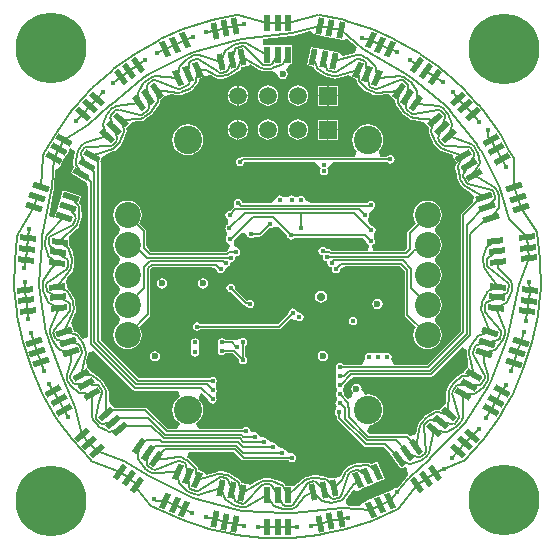
<source format=gbl>
G04*
G04 #@! TF.GenerationSoftware,Altium Limited,Altium Designer,20.0.9 (164)*
G04*
G04 Layer_Physical_Order=4*
G04 Layer_Color=16711680*
%FSLAX25Y25*%
%MOIN*%
G70*
G01*
G75*
%ADD12C,0.00787*%
%ADD56C,0.05906*%
%ADD57R,0.05906X0.05906*%
%ADD58C,0.09449*%
%ADD59C,0.08661*%
%ADD60C,0.02362*%
%ADD61C,0.01772*%
%ADD62C,0.23622*%
%ADD63C,0.02756*%
%ADD64C,0.01968*%
%ADD65C,0.02598*%
%ADD66C,0.00787*%
G04:AMPARAMS|DCode=67|XSize=55.12mil|YSize=19.68mil|CornerRadius=0mil|HoleSize=0mil|Usage=FLASHONLY|Rotation=198.000|XOffset=0mil|YOffset=0mil|HoleType=Round|Shape=Rectangle|*
%AMROTATEDRECTD67*
4,1,4,0.02317,0.01788,0.02925,-0.00084,-0.02317,-0.01788,-0.02925,0.00084,0.02317,0.01788,0.0*
%
%ADD67ROTATEDRECTD67*%

G04:AMPARAMS|DCode=68|XSize=55.12mil|YSize=19.68mil|CornerRadius=0mil|HoleSize=0mil|Usage=FLASHONLY|Rotation=210.000|XOffset=0mil|YOffset=0mil|HoleType=Round|Shape=Rectangle|*
%AMROTATEDRECTD68*
4,1,4,0.01895,0.02230,0.02879,0.00526,-0.01895,-0.02230,-0.02879,-0.00526,0.01895,0.02230,0.0*
%
%ADD68ROTATEDRECTD68*%

G04:AMPARAMS|DCode=69|XSize=55.12mil|YSize=19.68mil|CornerRadius=0mil|HoleSize=0mil|Usage=FLASHONLY|Rotation=222.000|XOffset=0mil|YOffset=0mil|HoleType=Round|Shape=Rectangle|*
%AMROTATEDRECTD69*
4,1,4,0.01390,0.02576,0.02707,0.01113,-0.01390,-0.02576,-0.02707,-0.01113,0.01390,0.02576,0.0*
%
%ADD69ROTATEDRECTD69*%

G04:AMPARAMS|DCode=70|XSize=55.12mil|YSize=19.68mil|CornerRadius=0mil|HoleSize=0mil|Usage=FLASHONLY|Rotation=234.000|XOffset=0mil|YOffset=0mil|HoleType=Round|Shape=Rectangle|*
%AMROTATEDRECTD70*
4,1,4,0.00824,0.02808,0.02416,0.01651,-0.00824,-0.02808,-0.02416,-0.01651,0.00824,0.02808,0.0*
%
%ADD70ROTATEDRECTD70*%

G04:AMPARAMS|DCode=71|XSize=55.12mil|YSize=19.68mil|CornerRadius=0mil|HoleSize=0mil|Usage=FLASHONLY|Rotation=246.000|XOffset=0mil|YOffset=0mil|HoleType=Round|Shape=Rectangle|*
%AMROTATEDRECTD71*
4,1,4,0.00222,0.02918,0.02020,0.02117,-0.00222,-0.02918,-0.02020,-0.02117,0.00222,0.02918,0.0*
%
%ADD71ROTATEDRECTD71*%

G04:AMPARAMS|DCode=72|XSize=55.12mil|YSize=19.68mil|CornerRadius=0mil|HoleSize=0mil|Usage=FLASHONLY|Rotation=258.000|XOffset=0mil|YOffset=0mil|HoleType=Round|Shape=Rectangle|*
%AMROTATEDRECTD72*
4,1,4,-0.00390,0.02900,0.01536,0.02491,0.00390,-0.02900,-0.01536,-0.02491,-0.00390,0.02900,0.0*
%
%ADD72ROTATEDRECTD72*%

G04:AMPARAMS|DCode=73|XSize=55.12mil|YSize=19.68mil|CornerRadius=0mil|HoleSize=0mil|Usage=FLASHONLY|Rotation=126.000|XOffset=0mil|YOffset=0mil|HoleType=Round|Shape=Rectangle|*
%AMROTATEDRECTD73*
4,1,4,0.02416,-0.01651,0.00824,-0.02808,-0.02416,0.01651,-0.00824,0.02808,0.02416,-0.01651,0.0*
%
%ADD73ROTATEDRECTD73*%

G04:AMPARAMS|DCode=74|XSize=55.12mil|YSize=19.68mil|CornerRadius=0mil|HoleSize=0mil|Usage=FLASHONLY|Rotation=138.000|XOffset=0mil|YOffset=0mil|HoleType=Round|Shape=Rectangle|*
%AMROTATEDRECTD74*
4,1,4,0.02707,-0.01113,0.01390,-0.02576,-0.02707,0.01113,-0.01390,0.02576,0.02707,-0.01113,0.0*
%
%ADD74ROTATEDRECTD74*%

G04:AMPARAMS|DCode=75|XSize=55.12mil|YSize=19.68mil|CornerRadius=0mil|HoleSize=0mil|Usage=FLASHONLY|Rotation=150.000|XOffset=0mil|YOffset=0mil|HoleType=Round|Shape=Rectangle|*
%AMROTATEDRECTD75*
4,1,4,0.02879,-0.00526,0.01895,-0.02230,-0.02879,0.00526,-0.01895,0.02230,0.02879,-0.00526,0.0*
%
%ADD75ROTATEDRECTD75*%

G04:AMPARAMS|DCode=76|XSize=55.12mil|YSize=19.68mil|CornerRadius=0mil|HoleSize=0mil|Usage=FLASHONLY|Rotation=162.000|XOffset=0mil|YOffset=0mil|HoleType=Round|Shape=Rectangle|*
%AMROTATEDRECTD76*
4,1,4,0.02925,0.00084,0.02317,-0.01788,-0.02925,-0.00084,-0.02317,0.01788,0.02925,0.00084,0.0*
%
%ADD76ROTATEDRECTD76*%

G04:AMPARAMS|DCode=77|XSize=55.12mil|YSize=19.68mil|CornerRadius=0mil|HoleSize=0mil|Usage=FLASHONLY|Rotation=174.000|XOffset=0mil|YOffset=0mil|HoleType=Round|Shape=Rectangle|*
%AMROTATEDRECTD77*
4,1,4,0.02844,0.00691,0.02638,-0.01267,-0.02844,-0.00691,-0.02638,0.01267,0.02844,0.00691,0.0*
%
%ADD77ROTATEDRECTD77*%

G04:AMPARAMS|DCode=78|XSize=55.12mil|YSize=19.68mil|CornerRadius=0mil|HoleSize=0mil|Usage=FLASHONLY|Rotation=186.000|XOffset=0mil|YOffset=0mil|HoleType=Round|Shape=Rectangle|*
%AMROTATEDRECTD78*
4,1,4,0.02638,0.01267,0.02844,-0.00691,-0.02638,-0.01267,-0.02844,0.00691,0.02638,0.01267,0.0*
%
%ADD78ROTATEDRECTD78*%

%ADD79R,0.01968X0.05512*%
G04:AMPARAMS|DCode=80|XSize=55.12mil|YSize=19.68mil|CornerRadius=0mil|HoleSize=0mil|Usage=FLASHONLY|Rotation=102.000|XOffset=0mil|YOffset=0mil|HoleType=Round|Shape=Rectangle|*
%AMROTATEDRECTD80*
4,1,4,0.01536,-0.02491,-0.00390,-0.02900,-0.01536,0.02491,0.00390,0.02900,0.01536,-0.02491,0.0*
%
%ADD80ROTATEDRECTD80*%

G04:AMPARAMS|DCode=81|XSize=55.12mil|YSize=19.68mil|CornerRadius=0mil|HoleSize=0mil|Usage=FLASHONLY|Rotation=114.000|XOffset=0mil|YOffset=0mil|HoleType=Round|Shape=Rectangle|*
%AMROTATEDRECTD81*
4,1,4,0.02020,-0.02117,0.00222,-0.02918,-0.02020,0.02117,-0.00222,0.02918,0.02020,-0.02117,0.0*
%
%ADD81ROTATEDRECTD81*%

G36*
X335098Y479121D02*
Y479121D01*
X337806Y478545D01*
Y478545D01*
X339462Y478193D01*
X341271Y477808D01*
X343081Y477424D01*
X344737Y477072D01*
X344737Y477072D01*
X346242Y477601D01*
X349438Y474989D01*
X349298Y473713D01*
X348909Y472880D01*
X344983Y471776D01*
X343840Y472848D01*
Y472848D01*
X341131Y473423D01*
Y473423D01*
X337666Y474160D01*
Y474160D01*
X335740Y474569D01*
X334200Y474897D01*
X332887Y468723D01*
X335153Y468241D01*
X335309Y467781D01*
X335313Y467775D01*
X335317Y467751D01*
X335332Y467675D01*
X335683Y467150D01*
X335921Y466991D01*
X335988Y466929D01*
X338832Y465181D01*
X338835Y465180D01*
X338894Y465134D01*
X339569Y464854D01*
X339690Y464838D01*
X339714Y464828D01*
X341646Y464418D01*
X341710Y464417D01*
X342219Y464350D01*
X342944Y464445D01*
X343022Y464477D01*
X343029Y464478D01*
X346683Y465587D01*
X347171Y465033D01*
Y465033D01*
X349288Y464091D01*
X349344Y463608D01*
X349344Y463608D01*
X349372Y463522D01*
X349441Y463176D01*
X349442Y463174D01*
X349792Y462650D01*
X349826Y462628D01*
X349831Y462634D01*
X352250Y460332D01*
Y460332D01*
X352774Y459930D01*
X352973Y459848D01*
X353034Y459807D01*
X353855Y459441D01*
X354837Y459004D01*
X354921Y458985D01*
X355247Y458850D01*
X355972Y458754D01*
X356180Y458782D01*
X356241Y458776D01*
X360079Y459148D01*
X360424Y458543D01*
Y458543D01*
X362298Y457182D01*
X362253Y456697D01*
X362256Y456674D01*
X362231Y456549D01*
X362354Y455930D01*
X362494Y455720D01*
X362527Y455643D01*
X364414Y452889D01*
X364472Y452832D01*
X364737Y452487D01*
X365012Y452276D01*
X365071Y452212D01*
X366669Y451052D01*
X366729Y451024D01*
X366909Y450885D01*
X367584Y450606D01*
X367927Y450561D01*
X368009Y450535D01*
X370463Y450270D01*
X372101Y449470D01*
X372101D01*
X372101D01*
X373651Y447749D01*
X373506Y447284D01*
Y447284D01*
X373498Y447212D01*
X373498Y447211D01*
X373418Y446807D01*
X373541Y446190D01*
X374306Y444376D01*
X374828Y443110D01*
X374872Y443043D01*
X374984Y442775D01*
X375298Y442365D01*
X375330Y442311D01*
X376651Y440844D01*
X376672Y440829D01*
X376746Y440732D01*
X377325Y440287D01*
X377764Y440106D01*
X377828Y440069D01*
X381469Y438833D01*
X381539Y438123D01*
Y438123D01*
X382697Y436116D01*
X382459Y435692D01*
X382447Y435654D01*
X382362Y435527D01*
X382238Y434907D01*
X382281Y434691D01*
X382280Y434618D01*
X382722Y432214D01*
X382722Y432214D01*
X382722Y432214D01*
X382884Y431334D01*
X382903Y431281D01*
X382925Y431114D01*
X383205Y430440D01*
X383205Y430440D01*
X383216Y430437D01*
X383988Y429086D01*
X384189Y428735D01*
X384189Y428735D01*
X384634Y428155D01*
X385201Y427720D01*
X385554Y427521D01*
X385554Y427521D01*
X387209Y426553D01*
X388453Y425100D01*
X388113Y423272D01*
X384356Y419515D01*
X384181Y419253D01*
X384119Y418943D01*
X384119Y418943D01*
Y380157D01*
X372980Y369018D01*
X361804D01*
X361456Y369480D01*
X360932Y370986D01*
X360951Y371014D01*
X361059Y371555D01*
X360951Y372096D01*
X360645Y372554D01*
X360186Y372861D01*
X359646Y372968D01*
X359473Y372934D01*
X359100Y372860D01*
X358096Y372808D01*
X358074Y372809D01*
X357080Y372862D01*
X356718Y372934D01*
X356718D01*
X356545Y372968D01*
X356002Y372891D01*
X355573Y372860D01*
X353822Y372894D01*
X353445Y372968D01*
X352904Y372861D01*
X352904Y372861D01*
X352904Y372861D01*
X352446Y372554D01*
X352446Y372554D01*
X352139Y372096D01*
X352032Y371555D01*
X352032Y371555D01*
X352139Y371014D01*
X352139Y371014D01*
X352158Y370986D01*
X351635Y369480D01*
X351286Y369018D01*
X346923D01*
X346923Y369018D01*
Y369018D01*
X345024D01*
X344897Y369208D01*
X344897Y369208D01*
X344897Y369208D01*
X344438Y369514D01*
X344438D01*
X343898Y369622D01*
X343898Y369622D01*
X343357Y369514D01*
X343357Y369514D01*
X342899Y369208D01*
X342899Y369208D01*
Y369208D01*
X342592Y368749D01*
X342592Y368749D01*
X342592Y368749D01*
X342485Y368209D01*
X342485Y368209D01*
X342592Y367668D01*
X342599Y366732D01*
X342592Y365797D01*
X342543Y365549D01*
X342485Y365256D01*
X342592Y364715D01*
Y364715D01*
D01*
X342586Y362883D01*
X342494Y362745D01*
X342386Y362205D01*
X342494Y361664D01*
X342494Y361664D01*
X342800Y361199D01*
X342780Y360226D01*
X342474Y359768D01*
X342366Y359227D01*
X342474Y358686D01*
X342775Y358146D01*
X342712Y357132D01*
X342406Y356673D01*
X342298Y356132D01*
X342406Y355591D01*
X342406Y355591D01*
X342699Y355033D01*
X342576Y354087D01*
X342270Y353629D01*
X342162Y353088D01*
X342270Y352547D01*
X342576Y352089D01*
X342766Y351962D01*
Y351202D01*
X342766Y351202D01*
X342828Y350893D01*
X343003Y350630D01*
X351784Y341849D01*
X351784Y341849D01*
X352046Y341674D01*
X352356Y341612D01*
X358488D01*
X360459Y339640D01*
X360424Y339193D01*
Y339193D01*
X364134Y334087D01*
X364665Y334472D01*
X365467Y334820D01*
X366228Y334459D01*
X366595Y332107D01*
X366161Y331701D01*
X366153Y331690D01*
X366142Y331682D01*
X365865Y331406D01*
X365842Y331371D01*
X365810Y331344D01*
X363068Y327973D01*
X362992Y327988D01*
X362992Y327988D01*
X362451Y327880D01*
X362451Y327880D01*
X362305Y327782D01*
X360498Y327000D01*
X358836Y326260D01*
X357969Y325874D01*
X357969Y325874D01*
X354732Y324433D01*
X354732Y324433D01*
X353157Y323732D01*
X351495Y322992D01*
X351495D01*
X350061Y321701D01*
X346565Y321892D01*
X346123Y322443D01*
X345925Y322888D01*
X345735Y323909D01*
X348051Y327112D01*
X349738Y326937D01*
X349738Y326937D01*
X352268Y328063D01*
X352268Y328063D01*
X354066Y328863D01*
X355504Y329504D01*
X355504Y329504D01*
X358741Y330945D01*
X356174Y336711D01*
X354362Y335905D01*
X354058Y335769D01*
X353663Y336048D01*
X353595Y336079D01*
X353464Y336165D01*
X353354Y336237D01*
X352734Y336360D01*
X352622Y336338D01*
X352608Y336340D01*
X349288Y336083D01*
X349211Y336062D01*
X348773Y336004D01*
X348448Y335870D01*
X348364Y335850D01*
X346563Y335049D01*
X346509Y335011D01*
X346300Y334924D01*
X345720Y334479D01*
X345275Y333899D01*
X345238Y333810D01*
X345230Y333799D01*
X344622Y332644D01*
X344257Y331952D01*
X342527Y331259D01*
X341877Y331121D01*
X339939Y331131D01*
X339898Y331192D01*
X339373Y331543D01*
X339373Y331543D01*
X339048Y331608D01*
X338962Y331637D01*
X338962Y331637D01*
X338213Y331737D01*
X335657Y332077D01*
X335577Y332072D01*
X335287Y332110D01*
X334768Y332042D01*
X334712Y332042D01*
X334712Y332042D01*
X334708Y332040D01*
X334703Y332040D01*
X332782Y331631D01*
X332758Y331621D01*
X332638Y331605D01*
X331962Y331326D01*
X331557Y331015D01*
X331502Y330982D01*
X328580Y328370D01*
X327959Y328648D01*
Y328648D01*
X325642D01*
X325396Y329063D01*
X325396Y329063D01*
X325335Y329132D01*
X325160Y329393D01*
X325160Y329393D01*
X324635Y329743D01*
X324548Y329761D01*
X322832Y330370D01*
X322250Y330577D01*
X322250Y330577D01*
X322250Y330577D01*
X321413Y330875D01*
X321356Y330886D01*
X321197Y330951D01*
X320472Y331047D01*
X318892Y331038D01*
X318504Y331047D01*
X317780Y330951D01*
X317105Y330672D01*
X317105Y330672D01*
X317103Y330671D01*
X317103Y330670D01*
X316768Y330476D01*
X315516Y329749D01*
X313720Y328715D01*
X313176Y329112D01*
X313176Y329112D01*
X310883Y329599D01*
X310781Y329966D01*
X310761Y330004D01*
X310731Y330160D01*
X310380Y330685D01*
X310138Y330846D01*
X310072Y330908D01*
X307234Y332652D01*
X307230Y332653D01*
X307169Y332701D01*
X306494Y332980D01*
X306371Y332997D01*
X306347Y333007D01*
X305735Y333137D01*
X304425Y333415D01*
X304367Y333416D01*
X303844Y333485D01*
X303119Y333390D01*
X303046Y333359D01*
X303041Y333359D01*
X299290Y332237D01*
X298793Y332801D01*
Y332801D01*
X296677Y333744D01*
X296621Y334223D01*
X296621Y334223D01*
X296594Y334306D01*
X296524Y334659D01*
X296523Y334660D01*
X296173Y335184D01*
X296134Y335210D01*
X294720Y336546D01*
X293720Y337497D01*
X293720Y337498D01*
X293191Y337905D01*
X292986Y337989D01*
X292924Y338031D01*
X292910Y338037D01*
X293328Y340006D01*
X308444D01*
X311136Y337314D01*
X311399Y337138D01*
X311708Y337077D01*
X311708Y337077D01*
X324780D01*
X324780Y337076D01*
Y337077D01*
X326799D01*
X326855Y336993D01*
X326855Y336993D01*
X327314Y336687D01*
X327854Y336579D01*
X328395Y336687D01*
X328395D01*
X328854Y336993D01*
X329160Y337451D01*
X329160Y337451D01*
X329267Y337992D01*
X329160Y338533D01*
X328854Y338991D01*
Y338991D01*
X328395Y339298D01*
X328395Y339298D01*
X327854Y339405D01*
X326950Y339533D01*
X325954Y340179D01*
X325754Y340442D01*
X325605Y340664D01*
Y340665D01*
X325147Y340971D01*
X324606Y341078D01*
X323625Y341411D01*
X322861Y342175D01*
X322554Y342633D01*
X322096Y342939D01*
X321713Y343015D01*
X321555Y343047D01*
X321555D01*
X320689Y343184D01*
X319809Y343848D01*
X319503Y344306D01*
Y344306D01*
X319045Y344613D01*
X318662Y344689D01*
X318504Y344720D01*
X318504D01*
X317638Y344858D01*
X316758Y345521D01*
X316452Y345979D01*
Y345979D01*
X315993Y346286D01*
X315453Y346393D01*
X314546Y346592D01*
X313707Y347293D01*
X313401Y347751D01*
X313401Y347751D01*
X313401Y347751D01*
X312942Y348057D01*
X312402Y348165D01*
X312402Y348165D01*
X311861Y348057D01*
X311861Y348057D01*
X311402Y347751D01*
X311276Y347561D01*
X296684D01*
X295720Y349322D01*
X295731Y349530D01*
X296686Y350263D01*
X297508Y351333D01*
X298024Y352580D01*
X298200Y353917D01*
X298024Y355255D01*
X297508Y356502D01*
X296848Y357362D01*
X296962Y358316D01*
X297403Y359503D01*
X297982Y359633D01*
X298961Y358654D01*
X299989Y357626D01*
X299941Y357382D01*
X299941Y357382D01*
X299941Y357382D01*
X299967Y357252D01*
X300048Y356841D01*
X300048Y356841D01*
X300355Y356383D01*
X300813Y356077D01*
X300813Y356077D01*
X301354Y355969D01*
X301354Y355969D01*
X301894Y356077D01*
X302353Y356383D01*
X302353Y356383D01*
X302659Y356841D01*
X302659Y356841D01*
X302767Y357382D01*
X302659Y357923D01*
X302353Y358405D01*
Y359410D01*
X302659Y359892D01*
X302659Y359892D01*
X302693Y360064D01*
X302767Y360433D01*
X302659Y360974D01*
X302353Y361506D01*
Y362535D01*
X302659Y363068D01*
X302767Y363609D01*
X302767Y363609D01*
X302659Y364149D01*
X302659Y364149D01*
X302353Y364608D01*
X301894Y364914D01*
X301894Y364914D01*
X301354Y365022D01*
X301354Y365021D01*
X300813Y364914D01*
X300355Y364608D01*
X300355Y364608D01*
X298442Y364418D01*
X276699D01*
X263998Y377119D01*
Y436405D01*
X263998Y436405D01*
X263984Y436476D01*
X264524Y438221D01*
X266033Y439331D01*
X268286Y440053D01*
X268332Y440079D01*
X268836Y440287D01*
X269416Y440732D01*
X269490Y440829D01*
X269510Y440844D01*
X270828Y442307D01*
X270858Y442358D01*
X271178Y442775D01*
X271290Y443045D01*
X271334Y443112D01*
X272607Y446196D01*
X272621Y446190D01*
X272743Y446807D01*
X272662Y447218D01*
X272662Y447219D01*
X272654Y447287D01*
X272654Y447287D01*
X272511Y447749D01*
X274061Y449470D01*
X274061Y449470D01*
X274061Y449470D01*
X275778Y450076D01*
X277481Y450190D01*
X277553Y450209D01*
X278018Y450271D01*
X278691Y450550D01*
X278873Y450689D01*
X278933Y450717D01*
X280987Y452209D01*
X281046Y452272D01*
X281326Y452487D01*
X281594Y452837D01*
X281651Y452893D01*
X283536Y455643D01*
X283569Y455720D01*
X283709Y455930D01*
X283832Y456549D01*
X283807Y456675D01*
X283809Y456699D01*
X283765Y457182D01*
X285639Y458543D01*
X287366Y459139D01*
X289679Y458793D01*
X289764Y458798D01*
X290091Y458754D01*
X290816Y458850D01*
X291136Y458983D01*
X291221Y459002D01*
X294082Y460275D01*
X294082Y460275D01*
X294082Y460276D01*
X294083Y460276D01*
X294136Y460314D01*
X294343Y460399D01*
X294921Y460843D01*
X295133Y461118D01*
X295196Y461176D01*
X296420Y462848D01*
X296459Y462931D01*
X296622Y463176D01*
X296692Y463528D01*
X296719Y463611D01*
X296776Y464091D01*
X298243Y464745D01*
X298892Y465033D01*
X300697Y465560D01*
X302537Y464584D01*
X302566Y464576D01*
X303119Y464347D01*
X303844Y464251D01*
X304365Y464320D01*
X304424Y464321D01*
X306353Y464731D01*
X306376Y464740D01*
X306494Y464756D01*
X307169Y465035D01*
X307228Y465081D01*
X307231Y465082D01*
X310075Y466830D01*
X310142Y466892D01*
X310380Y467052D01*
X310731Y467577D01*
X310751Y467677D01*
X310754Y467684D01*
X310910Y468143D01*
X313176Y468625D01*
X313176Y468625D01*
X313752Y469049D01*
X316769Y467360D01*
X316769Y467360D01*
X316769Y467360D01*
X317139Y467148D01*
X317780Y466883D01*
X318504Y466788D01*
X318931Y466796D01*
X318931Y466796D01*
X318931Y466796D01*
X320472Y466788D01*
X321197Y466883D01*
X321276Y466916D01*
X321763Y466686D01*
X322403Y466197D01*
X323049Y465452D01*
X323121Y465092D01*
X323121Y465092D01*
X323493Y464536D01*
X323996Y464200D01*
X324049Y464164D01*
X324049Y464164D01*
X324705Y464034D01*
X324705Y464034D01*
X324767Y464046D01*
X325361Y464164D01*
X325864Y464501D01*
X325917Y464536D01*
Y464536D01*
X326288Y465092D01*
X326288Y465092D01*
X326301Y465155D01*
X326419Y465748D01*
X326288Y466404D01*
X326288Y466404D01*
X326092Y466697D01*
X325875Y467103D01*
X325842Y467218D01*
X325849Y467315D01*
X327176Y469187D01*
X327959D01*
Y475498D01*
X326384D01*
X325191Y475498D01*
Y475498D01*
X324416D01*
Y475498D01*
X322841D01*
X321647Y475498D01*
Y475498D01*
X320872D01*
Y475498D01*
X318238D01*
X318123Y477467D01*
X327982Y478619D01*
X328039Y478638D01*
X328099Y478642D01*
X333934Y480222D01*
X335098Y479121D01*
D02*
G37*
G36*
X255652Y440177D02*
X255517Y439850D01*
X255495Y439684D01*
X255476Y439630D01*
X255313Y438743D01*
X254872Y436347D01*
X254873Y436273D01*
X254830Y436057D01*
X254953Y435438D01*
X255076Y435254D01*
X255103Y435186D01*
X255304Y434875D01*
X254130Y432842D01*
X259597Y429686D01*
X259919Y427809D01*
Y378320D01*
X257951Y377650D01*
X256675Y379307D01*
X256640Y379338D01*
X256548Y379476D01*
X256023Y379827D01*
X255815Y379868D01*
X255752Y379896D01*
X255281Y380002D01*
X254565Y382206D01*
X254565Y382206D01*
X254112Y382707D01*
X255638Y386157D01*
X255657Y386241D01*
X255790Y386561D01*
X255885Y387286D01*
X255855Y387514D01*
X255861Y387580D01*
X255656Y389532D01*
X255631Y389614D01*
X255584Y389968D01*
X255415Y390377D01*
X255395Y390454D01*
X254284Y392774D01*
X253958Y393455D01*
X253959Y393457D01*
X253655Y393912D01*
X253177Y394231D01*
X252940Y394946D01*
X252496Y396731D01*
X253223Y398398D01*
X254419Y399901D01*
X254458Y399977D01*
X254662Y400242D01*
X254942Y400917D01*
X254988Y401271D01*
X255014Y401353D01*
X255114Y402309D01*
X255126Y402424D01*
Y402424D01*
X255219Y403305D01*
X255214Y403380D01*
X255243Y403600D01*
X255156Y404260D01*
X254723Y406049D01*
X254373Y407499D01*
X254347Y407554D01*
X254310Y407743D01*
X253959Y408268D01*
X253807Y408369D01*
X253770Y408411D01*
X253382Y408699D01*
X253625Y411003D01*
X253625D01*
X253390Y411720D01*
X256187Y414266D01*
X256199Y414283D01*
X256287Y414351D01*
X256732Y414931D01*
X256935Y415421D01*
X256963Y415471D01*
X257569Y417337D01*
X257573Y417363D01*
X257620Y417478D01*
X257715Y418202D01*
X257705Y418280D01*
X257706Y418284D01*
X257614Y421606D01*
X257622Y421614D01*
X257507Y422191D01*
X257223Y422616D01*
X257214Y422632D01*
X256895Y422995D01*
X257611Y425199D01*
X251608Y427149D01*
X251316Y426251D01*
X250752Y424516D01*
X250219Y422876D01*
X249703Y421287D01*
X249093Y419411D01*
X248600Y417893D01*
X246692Y418390D01*
X248584Y427944D01*
X248584Y428000D01*
X248598Y428054D01*
X248929Y433777D01*
X250391Y435001D01*
Y435001D01*
X251245Y436481D01*
X252163Y438070D01*
Y438070D01*
X253080Y439658D01*
X253934Y441138D01*
X255652Y440177D01*
D02*
G37*
G36*
X386231Y373839D02*
X386203Y373750D01*
X386201Y373736D01*
X386194Y373723D01*
X386194Y373723D01*
X386193Y373710D01*
X386155Y373617D01*
X386059Y372893D01*
X386134Y372327D01*
X386135Y372285D01*
X386634Y370047D01*
X386466Y368148D01*
X385297Y366664D01*
X384825Y366149D01*
X384222Y366029D01*
X383853Y365782D01*
X383853Y365782D01*
X383802Y365754D01*
X383802Y365754D01*
X383222Y365260D01*
X381947Y364174D01*
X381263Y363592D01*
X381226Y363548D01*
X381090Y363444D01*
X380650Y362870D01*
X379891Y361541D01*
X379891Y361541D01*
X379891Y361540D01*
X379658Y361152D01*
X379382Y360485D01*
X379294Y359816D01*
X379286Y359363D01*
X379286Y359363D01*
X379285Y359300D01*
X379217Y355858D01*
X378597Y355590D01*
X378597D01*
X377029Y353849D01*
X376654Y353944D01*
X376562Y353949D01*
X376255Y354010D01*
X375636Y353887D01*
X375521Y353810D01*
X375492Y353801D01*
X372557Y352213D01*
X372555Y352211D01*
X372485Y352182D01*
X371905Y351738D01*
X371831Y351641D01*
X371811Y351626D01*
X370494Y350163D01*
X370463Y350112D01*
X370143Y349695D01*
X369864Y349020D01*
X369847Y348897D01*
X369837Y348872D01*
X369193Y345824D01*
X367056Y345231D01*
X366735Y345552D01*
X366472Y345728D01*
X366163Y345790D01*
X366163Y345790D01*
X353930D01*
X352943Y346990D01*
X353756Y348844D01*
X354369Y348925D01*
X355616Y349441D01*
X356686Y350263D01*
X357508Y351333D01*
X358024Y352580D01*
X358200Y353917D01*
X358024Y355255D01*
X357508Y356502D01*
X356686Y357572D01*
X355616Y358394D01*
X354369Y358910D01*
X353031Y359086D01*
X352417Y359005D01*
X351789Y359526D01*
X351125Y360372D01*
X350986Y360729D01*
X351025Y360925D01*
X351025Y360925D01*
X350895Y361581D01*
X350523Y362137D01*
X349967Y362509D01*
X349967Y362509D01*
X349904Y362521D01*
X349311Y362639D01*
X348655Y362509D01*
X348655D01*
X348099Y362137D01*
X347727Y361581D01*
X347597Y360925D01*
X347727Y360269D01*
X348099Y359713D01*
X347792Y358146D01*
X346493Y357658D01*
X345148Y359003D01*
X345192Y359227D01*
X345192Y359227D01*
X345157Y359406D01*
X345085Y359768D01*
X345085Y359768D01*
X344778Y360233D01*
X344798Y361206D01*
X345105Y361664D01*
X345212Y362205D01*
X345200Y362264D01*
X346923Y363987D01*
X346923Y363987D01*
X348461Y365025D01*
X374298D01*
X374298Y365025D01*
X374608Y365086D01*
X374871Y365262D01*
X384505Y374896D01*
X386231Y373839D01*
D02*
G37*
G36*
X274920Y360550D02*
X274920Y360550D01*
X275182Y360374D01*
X275492Y360313D01*
X289937D01*
X290404Y358554D01*
X290383Y358344D01*
X289377Y357572D01*
X288555Y356502D01*
X288039Y355255D01*
X287863Y353917D01*
X288039Y352580D01*
X288555Y351333D01*
X289377Y350263D01*
X290332Y349530D01*
X290343Y349322D01*
X289379Y347561D01*
X286394D01*
X279551Y354404D01*
X279289Y354579D01*
X278979Y354641D01*
X278979Y354641D01*
X268763D01*
X267270Y355787D01*
X266666Y357505D01*
X266669Y359474D01*
X266670Y359840D01*
X266676Y359847D01*
X266678Y359858D01*
X266583Y360583D01*
X266303Y361258D01*
X266300Y361262D01*
X265321Y362958D01*
X265319Y362963D01*
X264877Y363538D01*
X264874Y363542D01*
X264737Y363648D01*
X264699Y363692D01*
X264028Y364264D01*
X262743Y365358D01*
X262164Y365851D01*
X262163Y365851D01*
X262114Y365879D01*
X262114Y365879D01*
X261743Y366127D01*
X261140Y366247D01*
X260667Y366762D01*
X259498Y368247D01*
X259314Y370139D01*
X259832Y372490D01*
X259833Y372537D01*
X259869Y372817D01*
X260640Y373306D01*
X261817Y373653D01*
X274920Y360550D01*
D02*
G37*
%LPC*%
G36*
X343176Y462014D02*
X340023D01*
Y458861D01*
X343176D01*
Y462014D01*
D02*
G37*
G36*
X310023Y462017D02*
Y458861D01*
X313178D01*
X313089Y459537D01*
X312751Y460352D01*
X312214Y461053D01*
X311514Y461590D01*
X310698Y461928D01*
X310023Y462017D01*
D02*
G37*
G36*
X339623Y462014D02*
X336470D01*
Y458861D01*
X339623D01*
Y462014D01*
D02*
G37*
G36*
X309623Y462017D02*
X308948Y461928D01*
X308132Y461590D01*
X307432Y461053D01*
X306894Y460352D01*
X306556Y459537D01*
X306468Y458861D01*
X309623D01*
Y462017D01*
D02*
G37*
G36*
X343176Y458462D02*
X340023D01*
Y455309D01*
X343176D01*
Y458462D01*
D02*
G37*
G36*
X339623D02*
X336470D01*
Y455309D01*
X339623D01*
Y458462D01*
D02*
G37*
G36*
X313178D02*
X310023D01*
Y455306D01*
X310698Y455395D01*
X311514Y455733D01*
X312214Y456270D01*
X312751Y456971D01*
X313089Y457786D01*
X313178Y458462D01*
D02*
G37*
G36*
X309623D02*
X306468D01*
X306556Y457786D01*
X306894Y456971D01*
X307432Y456270D01*
X308132Y455733D01*
X308948Y455395D01*
X309623Y455306D01*
Y458462D01*
D02*
G37*
G36*
X329823Y462043D02*
X328948Y461928D01*
X328132Y461590D01*
X327432Y461053D01*
X326894Y460352D01*
X326556Y459537D01*
X326441Y458661D01*
X326556Y457786D01*
X326894Y456971D01*
X327432Y456270D01*
X328132Y455733D01*
X328948Y455395D01*
X329823Y455280D01*
X330698Y455395D01*
X331514Y455733D01*
X332214Y456270D01*
X332751Y456971D01*
X333089Y457786D01*
X333205Y458661D01*
X333089Y459537D01*
X332751Y460352D01*
X332214Y461053D01*
X331514Y461590D01*
X330698Y461928D01*
X329823Y462043D01*
D02*
G37*
G36*
X319823D02*
X318948Y461928D01*
X318132Y461590D01*
X317432Y461053D01*
X316894Y460352D01*
X316556Y459537D01*
X316441Y458661D01*
X316556Y457786D01*
X316894Y456971D01*
X317432Y456270D01*
X318132Y455733D01*
X318948Y455395D01*
X319823Y455280D01*
X320698Y455395D01*
X321514Y455733D01*
X322214Y456270D01*
X322751Y456971D01*
X323089Y457786D01*
X323204Y458661D01*
X323089Y459537D01*
X322751Y460352D01*
X322214Y461053D01*
X321514Y461590D01*
X320698Y461928D01*
X319823Y462043D01*
D02*
G37*
G36*
X343136Y450695D02*
X339984D01*
Y447542D01*
X343136D01*
Y450695D01*
D02*
G37*
G36*
X309983Y450698D02*
Y447542D01*
X313139D01*
X313050Y448218D01*
X312712Y449033D01*
X312175Y449734D01*
X311474Y450271D01*
X310659Y450609D01*
X309983Y450698D01*
D02*
G37*
G36*
X339583Y450695D02*
X336431D01*
Y447542D01*
X339583D01*
Y450695D01*
D02*
G37*
G36*
X309583Y450698D02*
X308908Y450609D01*
X308093Y450271D01*
X307392Y449734D01*
X306855Y449033D01*
X306517Y448218D01*
X306428Y447542D01*
X309583D01*
Y450698D01*
D02*
G37*
G36*
X343136Y447143D02*
X339984D01*
Y443990D01*
X343136D01*
Y447143D01*
D02*
G37*
G36*
X339583D02*
X336431D01*
Y443990D01*
X339583D01*
Y447143D01*
D02*
G37*
G36*
X313139D02*
X309983D01*
Y443987D01*
X310659Y444076D01*
X311474Y444414D01*
X312175Y444951D01*
X312712Y445652D01*
X313050Y446467D01*
X313139Y447143D01*
D02*
G37*
G36*
X309583D02*
X306428D01*
X306517Y446467D01*
X306855Y445652D01*
X307392Y444951D01*
X308093Y444414D01*
X308908Y444076D01*
X309583Y443987D01*
Y447143D01*
D02*
G37*
G36*
X329784Y450724D02*
X328908Y450609D01*
X328093Y450271D01*
X327392Y449734D01*
X326855Y449033D01*
X326517Y448218D01*
X326402Y447342D01*
X326517Y446467D01*
X326855Y445652D01*
X327392Y444951D01*
X328093Y444414D01*
X328908Y444076D01*
X329784Y443961D01*
X330659Y444076D01*
X331474Y444414D01*
X332175Y444951D01*
X332712Y445652D01*
X333050Y446467D01*
X333165Y447342D01*
X333050Y448218D01*
X332712Y449033D01*
X332175Y449734D01*
X331474Y450271D01*
X330659Y450609D01*
X329784Y450724D01*
D02*
G37*
G36*
X319783D02*
X318908Y450609D01*
X318093Y450271D01*
X317392Y449734D01*
X316855Y449033D01*
X316517Y448218D01*
X316402Y447342D01*
X316517Y446467D01*
X316855Y445652D01*
X317392Y444951D01*
X318093Y444414D01*
X318908Y444076D01*
X319783Y443961D01*
X320659Y444076D01*
X321474Y444414D01*
X322175Y444951D01*
X322712Y445652D01*
X323050Y446467D01*
X323165Y447342D01*
X323050Y448218D01*
X322712Y449033D01*
X322175Y449734D01*
X321474Y450271D01*
X320659Y450609D01*
X319783Y450724D01*
D02*
G37*
G36*
X293032Y449086D02*
X291694Y448910D01*
X290447Y448393D01*
X289377Y447572D01*
X288555Y446502D01*
X288039Y445255D01*
X287863Y443917D01*
X288039Y442580D01*
X288555Y441333D01*
X289377Y440263D01*
X290447Y439441D01*
X291694Y438925D01*
X293032Y438749D01*
X294369Y438925D01*
X295616Y439441D01*
X296686Y440263D01*
X297508Y441333D01*
X298024Y442580D01*
X298200Y443917D01*
X298024Y445255D01*
X297508Y446502D01*
X296686Y447572D01*
X295616Y448393D01*
X294369Y448910D01*
X293032Y449086D01*
D02*
G37*
G36*
X353031D02*
X351694Y448910D01*
X350447Y448393D01*
X349377Y447572D01*
X348555Y446502D01*
X348039Y445255D01*
X347863Y443917D01*
X348039Y442580D01*
X348555Y441333D01*
X349377Y440263D01*
X348689Y438309D01*
X341523D01*
X338484Y438309D01*
X336517Y438309D01*
X334805D01*
X312085D01*
X311485Y438309D01*
X311175Y438248D01*
X310913Y438072D01*
X310812Y437971D01*
X310531Y438027D01*
X309991Y437920D01*
X309991Y437920D01*
X309532Y437613D01*
X309226Y437155D01*
X309226Y437155D01*
X309119Y436614D01*
X309119Y436614D01*
X309226Y436073D01*
X309532Y435615D01*
X309991Y435309D01*
X310531Y435201D01*
X311072Y435309D01*
X311072D01*
X311072Y435309D01*
X311531Y435615D01*
X311837Y436073D01*
X311945Y436614D01*
X312007Y436691D01*
X334215Y436691D01*
X335405Y436691D01*
X335908Y436341D01*
X337227Y434919D01*
X337485Y434532D01*
Y434464D01*
X337179Y434005D01*
X337071Y433465D01*
X337179Y432924D01*
X337485Y432465D01*
X337944Y432159D01*
X338484Y432052D01*
X339025Y432159D01*
X339483Y432465D01*
X339790Y432924D01*
X339897Y433465D01*
X339790Y434005D01*
X339483Y434464D01*
Y434532D01*
X339741Y434919D01*
X341061Y436341D01*
X341564Y436691D01*
X348770Y436691D01*
X349680D01*
X351648Y436691D01*
X354415D01*
X356383Y436691D01*
X359438D01*
X359631Y436402D01*
X360089Y436096D01*
X360630Y435989D01*
X361171Y436096D01*
X361171D01*
X361629Y436403D01*
X361935Y436861D01*
Y436861D01*
X362043Y437402D01*
X361935Y437942D01*
X361629Y438401D01*
X361629D01*
X361171Y438707D01*
X361171Y438707D01*
X360630Y438814D01*
X360630Y438814D01*
X360089Y438707D01*
X360089Y438707D01*
X359796Y438511D01*
Y438511D01*
X359631Y438401D01*
X359570Y438309D01*
X357374D01*
X357251Y438659D01*
X356686Y440263D01*
X357508Y441333D01*
X358024Y442580D01*
X358200Y443917D01*
X358024Y445255D01*
X357508Y446502D01*
X356686Y447572D01*
X355616Y448393D01*
X354369Y448910D01*
X353031Y449086D01*
D02*
G37*
G36*
X323721Y425429D02*
X323720Y425429D01*
X323180Y425321D01*
X323180Y425321D01*
X322721Y425015D01*
X322415Y424556D01*
X322415Y424556D01*
X322415Y424556D01*
X322307Y424016D01*
X320674Y422808D01*
X311143D01*
X311050Y423277D01*
X311050Y423277D01*
X310743Y423735D01*
X310743Y423735D01*
X310285Y424042D01*
X309744Y424149D01*
X309744Y424149D01*
X309203Y424042D01*
X309203Y424042D01*
X308745Y423735D01*
X308745Y423735D01*
X308439Y423277D01*
X308439Y423277D01*
X308331Y422736D01*
X308331Y422736D01*
X308439Y422195D01*
X308375Y421688D01*
X307000Y420315D01*
X307000Y420315D01*
X306821Y420279D01*
X306459Y420207D01*
X306001Y419901D01*
Y419901D01*
X305695Y419442D01*
X305695Y419442D01*
X305695Y419442D01*
X305587Y418902D01*
X305695Y418361D01*
X305695Y418361D01*
X306001Y417903D01*
X306001Y417902D01*
X306355Y417666D01*
X306357Y417664D01*
X306455Y416935D01*
X306452Y416342D01*
X306351Y415611D01*
X305989Y415369D01*
X305989Y415369D01*
X305683Y414911D01*
X305683Y414911D01*
Y414911D01*
X305575Y414370D01*
X305683Y413829D01*
Y413829D01*
X305799Y413656D01*
X306001Y413267D01*
X306142Y412098D01*
X305880Y411269D01*
X305772Y410728D01*
X305880Y410188D01*
X305880Y410188D01*
X306186Y409729D01*
X307248Y408434D01*
X306551Y407168D01*
X306396Y407137D01*
X306133Y406962D01*
X306133Y406962D01*
X305778Y406607D01*
X280900D01*
X280187Y407320D01*
X279309Y408925D01*
D01*
Y413402D01*
X279248Y413711D01*
X279072Y413974D01*
X276882Y416164D01*
X277164Y416532D01*
X277640Y417682D01*
X277803Y418917D01*
X277640Y420152D01*
X277164Y421303D01*
X276406Y422291D01*
X275417Y423050D01*
X274267Y423526D01*
X273031Y423689D01*
X271796Y423526D01*
X270646Y423050D01*
X269657Y422291D01*
X268899Y421303D01*
X268423Y420152D01*
X268260Y418917D01*
X268423Y417682D01*
X268899Y416532D01*
X269657Y415543D01*
X270311Y415042D01*
X270500Y413917D01*
X270311Y412793D01*
X269657Y412291D01*
X268899Y411303D01*
X268423Y410152D01*
X268260Y408917D01*
X268423Y407682D01*
X268899Y406532D01*
X269657Y405543D01*
X270311Y405042D01*
X270500Y403917D01*
X270311Y402793D01*
X269657Y402291D01*
X268899Y401303D01*
X268423Y400152D01*
X268260Y398917D01*
X268423Y397682D01*
X268899Y396532D01*
X269657Y395543D01*
X270311Y395042D01*
X270500Y393917D01*
X270311Y392793D01*
X269657Y392291D01*
X268899Y391303D01*
X268423Y390152D01*
X268260Y388917D01*
X268423Y387682D01*
X268899Y386532D01*
X269657Y385543D01*
X270311Y385042D01*
X270500Y383917D01*
X270311Y382793D01*
X269657Y382291D01*
X268899Y381303D01*
X268423Y380152D01*
X268260Y378917D01*
X268423Y377682D01*
X268899Y376532D01*
X269657Y375543D01*
X270646Y374785D01*
X271796Y374308D01*
X273031Y374146D01*
X274267Y374308D01*
X275417Y374785D01*
X276406Y375543D01*
X277164Y376532D01*
X277640Y377682D01*
X277803Y378917D01*
X277640Y380152D01*
X277164Y381303D01*
X276896Y381653D01*
X280412Y385169D01*
X280587Y385432D01*
X280649Y385741D01*
X280649Y385741D01*
Y394633D01*
X280649D01*
X280649Y394633D01*
Y400727D01*
X281348Y401426D01*
X300749D01*
X302587Y400902D01*
X302695Y400361D01*
X302695Y400361D01*
X303001Y399902D01*
X303459Y399596D01*
X303459Y399596D01*
X304000Y399489D01*
X304000Y399489D01*
X304541Y399596D01*
X304999Y399902D01*
X304999Y399902D01*
X305305Y400361D01*
X305305Y400361D01*
X305423Y400632D01*
X305724Y401321D01*
X305724Y401321D01*
X306264Y401428D01*
X306723Y401734D01*
Y401735D01*
X307029Y402193D01*
X307029Y402193D01*
X307137Y402734D01*
X307442Y403197D01*
X307983Y403305D01*
X307983D01*
X308441Y403611D01*
X308748Y404070D01*
X309156Y405049D01*
X309156Y405049D01*
X309696Y405157D01*
X309696Y405157D01*
X310155Y405463D01*
X310155Y405463D01*
X310461Y405921D01*
X310461Y405921D01*
X310569Y406462D01*
X310569Y406462D01*
X310461Y407003D01*
Y407003D01*
X310461Y407003D01*
X310155Y407461D01*
Y407461D01*
X309696Y407767D01*
X309020Y408184D01*
X309020Y408184D01*
X308568Y408463D01*
X308380Y408650D01*
X308347Y408833D01*
X308357Y408926D01*
X308521Y410283D01*
X308737Y410953D01*
X310129Y412345D01*
X310993Y413208D01*
X312243Y412734D01*
X312893Y412325D01*
X312966Y411959D01*
X313273Y411501D01*
X313731Y411195D01*
X313731Y411195D01*
X314272Y411087D01*
X314272Y411087D01*
X314812Y411195D01*
X315119Y411400D01*
X315271Y411501D01*
X315271Y411501D01*
Y411501D01*
X315398Y411691D01*
X317126D01*
X317126Y411691D01*
X317326Y411730D01*
X317436Y411752D01*
X317698Y411928D01*
X317698Y411928D01*
X320249Y414478D01*
X320472Y414433D01*
X320472Y414433D01*
X320559Y414451D01*
X321013Y414541D01*
X321472Y414847D01*
X323305Y414933D01*
X323658Y414847D01*
X326183Y412322D01*
X326138Y412099D01*
X326138Y412098D01*
X326174Y411920D01*
X326246Y411558D01*
X326246Y411558D01*
X326552Y411099D01*
X326552Y411099D01*
X327010Y410793D01*
X327551Y410685D01*
X328092Y410793D01*
X328092Y410793D01*
X328550Y411099D01*
X328550Y411099D01*
X328677Y411289D01*
X330633D01*
X332601Y411289D01*
X334140D01*
X351099D01*
X352622Y410138D01*
X352646Y410021D01*
X352730Y409597D01*
X353036Y409139D01*
X353036Y409139D01*
X353495Y408832D01*
X353128Y406898D01*
X341164D01*
X340809Y407253D01*
X340547Y407429D01*
X340237Y407490D01*
X340237Y407490D01*
X339273D01*
X338999Y407901D01*
X338541Y408207D01*
X338000Y408315D01*
X337459Y408207D01*
X337001Y407901D01*
X336695Y407442D01*
X336587Y406902D01*
X336695Y406361D01*
X337001Y405902D01*
X337459Y405596D01*
X338001Y405483D01*
X338087Y404902D01*
X338195Y404361D01*
X338501Y403902D01*
X338959Y403596D01*
X339501Y403483D01*
X339587Y402902D01*
X339695Y402361D01*
X340001Y401902D01*
X340459Y401596D01*
X341001Y401483D01*
X341087Y400902D01*
X341195Y400361D01*
X341195Y400361D01*
X341501Y399902D01*
X341501Y399902D01*
X341959Y399596D01*
X341959D01*
X342500Y399489D01*
X342500Y399489D01*
X343041Y399596D01*
X343041D01*
X343041Y399596D01*
X343499Y399902D01*
X343499D01*
X343805Y400361D01*
X343805Y400361D01*
X343913Y400902D01*
X343913Y400902D01*
X345660Y401718D01*
X363860D01*
X365503Y400074D01*
Y394480D01*
X365503Y394480D01*
X365503D01*
Y385589D01*
X365503Y385589D01*
X365565Y385279D01*
X365740Y385017D01*
X369140Y381617D01*
X368899Y381303D01*
X368423Y380152D01*
X368260Y378917D01*
X368423Y377682D01*
X368899Y376532D01*
X369657Y375543D01*
X370646Y374785D01*
X371796Y374308D01*
X373031Y374146D01*
X374267Y374308D01*
X375417Y374785D01*
X376406Y375543D01*
X377164Y376532D01*
X377640Y377682D01*
X377803Y378917D01*
X377640Y380152D01*
X377164Y381303D01*
X376406Y382291D01*
X375752Y382793D01*
X375563Y383917D01*
X375752Y385042D01*
X376406Y385543D01*
X377164Y386532D01*
X377640Y387682D01*
X377803Y388917D01*
X377640Y390152D01*
X377164Y391303D01*
X376406Y392291D01*
X375752Y392793D01*
X375563Y393917D01*
X375752Y395042D01*
X376406Y395543D01*
X377164Y396532D01*
X377640Y397682D01*
X377803Y398917D01*
X377640Y400152D01*
X377164Y401303D01*
X376406Y402291D01*
X375752Y402793D01*
X375563Y403917D01*
X375752Y405042D01*
X376406Y405543D01*
X377164Y406532D01*
X377640Y407682D01*
X377803Y408917D01*
X377640Y410152D01*
X377164Y411303D01*
X376406Y412291D01*
X375752Y412793D01*
X375563Y413917D01*
X375752Y415042D01*
X376406Y415543D01*
X377164Y416532D01*
X377640Y417682D01*
X377803Y418917D01*
X377640Y420152D01*
X377164Y421303D01*
X376406Y422291D01*
X375417Y423050D01*
X374267Y423526D01*
X373031Y423689D01*
X371796Y423526D01*
X370646Y423050D01*
X369657Y422291D01*
X368899Y421303D01*
X368423Y420152D01*
X368260Y418917D01*
X368423Y417682D01*
X368899Y416532D01*
X369154Y416200D01*
X366428Y413474D01*
X366252Y413211D01*
X366191Y412902D01*
X366191Y412901D01*
Y407737D01*
X365352Y406898D01*
X354943D01*
X354576Y408832D01*
X355034Y409139D01*
X355341Y409597D01*
Y409597D01*
X355448Y410138D01*
X355341Y410678D01*
Y410678D01*
X355341Y410678D01*
X355284Y410764D01*
X355084Y411534D01*
X355248Y412846D01*
X355369Y413100D01*
X355565Y413393D01*
Y413393D01*
X355673Y413934D01*
X355565Y414474D01*
Y414474D01*
X355565Y414474D01*
X355259Y414933D01*
X355259Y414933D01*
X354800Y415239D01*
X354260Y415347D01*
X354260Y415347D01*
X353258Y416988D01*
X353101Y417800D01*
X353408Y418258D01*
X353408Y418258D01*
X353515Y418799D01*
X353481Y418974D01*
X353849Y419883D01*
X354692Y420923D01*
X354773Y420939D01*
X355231Y421245D01*
X355538Y421703D01*
X355645Y422244D01*
X355538Y422785D01*
X355231Y423243D01*
X354773Y423550D01*
X354232Y423657D01*
X353692Y423550D01*
X353233Y423243D01*
X352942Y422808D01*
X350012D01*
X350012Y422808D01*
Y422808D01*
X334018D01*
X332318Y423917D01*
X332211Y424458D01*
X332211Y424458D01*
X332211Y424458D01*
X331905Y424916D01*
X331446Y425223D01*
X331446Y425223D01*
X330906Y425330D01*
X330906Y425330D01*
X330365Y425223D01*
X329786Y424927D01*
X328760Y425014D01*
X328297Y425321D01*
X327756Y425429D01*
X327215Y425321D01*
X326861Y425084D01*
X326620Y425015D01*
X324857D01*
X324616Y425084D01*
X324261Y425321D01*
X323721Y425429D01*
X323721D01*
D02*
G37*
G36*
X298228Y397777D02*
X297572Y397646D01*
X297016Y397275D01*
X296645Y396719D01*
X296514Y396063D01*
X296645Y395407D01*
X297016Y394851D01*
X297572Y394479D01*
X298228Y394349D01*
X298884Y394479D01*
X299440Y394851D01*
X299812Y395407D01*
X299942Y396063D01*
X299812Y396719D01*
X299440Y397275D01*
X298884Y397646D01*
X298228Y397777D01*
D02*
G37*
G36*
X284547D02*
X283891Y397646D01*
X283335Y397275D01*
X282964Y396719D01*
X282833Y396063D01*
X282964Y395407D01*
X283335Y394851D01*
X283891Y394479D01*
X284547Y394349D01*
X285203Y394479D01*
X285759Y394851D01*
X286131Y395407D01*
X286261Y396063D01*
X286131Y396719D01*
X285759Y397275D01*
X285203Y397646D01*
X284547Y397777D01*
D02*
G37*
G36*
X337500Y393641D02*
X336732Y393488D01*
X336081Y393053D01*
X335646Y392402D01*
X335493Y391634D01*
X335646Y390866D01*
X336081Y390215D01*
X336732Y389780D01*
X337500Y389627D01*
X338268Y389780D01*
X338919Y390215D01*
X339354Y390866D01*
X339507Y391634D01*
X339354Y392402D01*
X338919Y393053D01*
X338268Y393488D01*
X337500Y393641D01*
D02*
G37*
G36*
X307382Y396000D02*
X306841Y395892D01*
X306383Y395586D01*
X306077Y395127D01*
X305969Y394587D01*
X306077Y394046D01*
X306077Y394046D01*
X306383Y393587D01*
Y393587D01*
X306841Y393281D01*
X307382Y393174D01*
X307606Y393218D01*
X310143Y390681D01*
X311936Y388888D01*
X311936Y388888D01*
X312199Y388712D01*
X312509Y388651D01*
X312626D01*
X312879Y388273D01*
X312879Y388273D01*
X313337Y387966D01*
X313337Y387966D01*
X313878Y387859D01*
X314419Y387966D01*
X314419D01*
X314877Y388273D01*
X314877Y388273D01*
X315183Y388731D01*
X315291Y389272D01*
X315183Y389812D01*
X314877Y390271D01*
X314419Y390577D01*
X314419Y390577D01*
X314419Y390577D01*
X313878Y390685D01*
X313337Y390577D01*
X312879Y390271D01*
X311546Y391567D01*
X308750Y394363D01*
X308795Y394586D01*
X308795Y394587D01*
X308759Y394765D01*
X308687Y395127D01*
X308687Y395127D01*
X308381Y395586D01*
X307923Y395892D01*
X307923Y395892D01*
X307598Y395956D01*
X307382Y396000D01*
D02*
G37*
G36*
X356299Y390887D02*
X355643Y390757D01*
X355087Y390385D01*
X354716Y389829D01*
X354585Y389173D01*
X354716Y388517D01*
X355087Y387961D01*
X355643Y387590D01*
X356299Y387459D01*
X356955Y387590D01*
X357511Y387961D01*
X357883Y388517D01*
X358013Y389173D01*
X357883Y389829D01*
X357511Y390385D01*
X356955Y390757D01*
X356299Y390887D01*
D02*
G37*
G36*
X328113Y387732D02*
X328113Y387732D01*
X327573Y387624D01*
X327573Y387624D01*
X327114Y387318D01*
X327114Y387318D01*
X326808Y386860D01*
X326691Y386414D01*
X326557Y385907D01*
Y385907D01*
X326557Y385907D01*
Y385907D01*
X323046Y382396D01*
X322745Y382396D01*
X297358D01*
X297161Y382692D01*
X297161Y382692D01*
X296702Y382998D01*
X296161Y383106D01*
X295621Y382998D01*
X295621Y382998D01*
X295162Y382692D01*
X294856Y382234D01*
X294748Y381693D01*
X294748Y381693D01*
X294856Y381152D01*
X294856Y381152D01*
X295162Y380694D01*
X295621Y380387D01*
X295621Y380387D01*
X296161Y380280D01*
X296161Y380280D01*
X296702Y380387D01*
X297161Y380694D01*
X297216Y380777D01*
X322646D01*
X323381D01*
X323381Y380777D01*
X323691Y380839D01*
X323953Y381014D01*
X327042Y384103D01*
X327577Y384157D01*
X329316Y383843D01*
X329774Y383537D01*
X329774Y383537D01*
X329774D01*
X330315Y383430D01*
X330856Y383537D01*
X330856D01*
X331314Y383843D01*
X331314Y383843D01*
X331620Y384302D01*
X331620Y384302D01*
X331728Y384842D01*
X331620Y385383D01*
Y385383D01*
X331620Y385383D01*
X331314Y385842D01*
X331314Y385842D01*
X331314Y385842D01*
X330856Y386148D01*
X329902Y386620D01*
X329113Y387318D01*
X329113Y387318D01*
X329113Y387318D01*
X328654Y387624D01*
X328654Y387624D01*
X328654D01*
X328263Y387702D01*
X328263Y387702D01*
X328263D01*
X328114Y387732D01*
X328114Y387732D01*
X328113Y387732D01*
D02*
G37*
G36*
X348228Y384877D02*
X347688Y384770D01*
X347229Y384464D01*
X346923Y384005D01*
X346815Y383465D01*
X346923Y382924D01*
X347229Y382465D01*
X347688Y382159D01*
X348228Y382052D01*
X348769Y382159D01*
X349227Y382465D01*
X349534Y382924D01*
X349641Y383465D01*
X349534Y384005D01*
X349227Y384464D01*
X348769Y384770D01*
X348228Y384877D01*
D02*
G37*
G36*
X311500Y377815D02*
X310959Y377707D01*
X310959D01*
X310501Y377401D01*
X308989Y377057D01*
X308260Y377126D01*
X307950Y377187D01*
X307950Y377187D01*
X305654D01*
X305527Y377377D01*
X305527Y377377D01*
X305527Y377377D01*
X305068Y377683D01*
X305068D01*
X304528Y377791D01*
X304527Y377791D01*
X303987Y377683D01*
X303987Y377683D01*
X303528Y377377D01*
X303528Y377377D01*
Y377377D01*
X303222Y376919D01*
X303222Y376919D01*
X303222Y376919D01*
X303115Y376378D01*
X303115Y376378D01*
X303222Y375837D01*
X303222Y375837D01*
X303124Y374064D01*
X303085Y373868D01*
X303082Y373855D01*
Y373855D01*
X303016Y373524D01*
X303016Y373524D01*
X303124Y372983D01*
Y372983D01*
X303124Y372983D01*
X303430Y372524D01*
X303430Y372524D01*
X303430Y372524D01*
X303888Y372218D01*
X303889Y372218D01*
X304429Y372111D01*
X304970Y372218D01*
X304970D01*
X305262Y372414D01*
X305428Y372524D01*
X305428Y372524D01*
Y372524D01*
X305555Y372714D01*
X308129D01*
X308422Y372422D01*
X310147Y370696D01*
X310103Y370472D01*
X310103Y370472D01*
X310210Y369932D01*
X310210Y369932D01*
X310517Y369473D01*
X310975Y369167D01*
X310975Y369167D01*
X311516Y369059D01*
X311516Y369059D01*
X312056Y369167D01*
X312515Y369473D01*
X312515Y369473D01*
X312821Y369932D01*
X312821Y369932D01*
X312929Y370472D01*
X312929Y370472D01*
X312821Y371013D01*
Y371013D01*
X312515Y371472D01*
X312325Y371598D01*
Y375286D01*
X312499Y375402D01*
X312499Y375402D01*
X312805Y375861D01*
X312805Y375861D01*
X312913Y376402D01*
X312805Y376942D01*
X312805Y376942D01*
X312499Y377401D01*
X312499Y377401D01*
X312041Y377707D01*
X311500Y377815D01*
X311500Y377815D01*
D02*
G37*
G36*
X295571Y377791D02*
X295571Y377791D01*
X295030Y377683D01*
X294572Y377377D01*
X294572Y377377D01*
Y377377D01*
X294266Y376919D01*
X294265Y376919D01*
X294266Y376919D01*
X294158Y376378D01*
X294274Y375541D01*
X294206Y374336D01*
X294194Y374175D01*
X294122Y373517D01*
X294044Y373074D01*
X294152Y372533D01*
X294458Y372074D01*
X294917Y371768D01*
X294917D01*
X295457Y371660D01*
X295457Y371660D01*
X295998Y371768D01*
X296456Y372074D01*
X296456Y372074D01*
Y372074D01*
X296763Y372533D01*
X296763Y372533D01*
X296763Y372533D01*
X296870Y373074D01*
X296773Y373779D01*
X296808Y374622D01*
X296813Y374701D01*
X296839Y375047D01*
X296882Y375585D01*
X296979Y376353D01*
X296984Y376378D01*
X296876Y376919D01*
Y376919D01*
X296570Y377377D01*
Y377377D01*
X296112Y377683D01*
X295871Y377731D01*
X295571Y377791D01*
D02*
G37*
G36*
X338090Y373564D02*
X337435Y373434D01*
X336878Y373062D01*
X336507Y372506D01*
X336377Y371850D01*
X336507Y371195D01*
X336878Y370638D01*
X337435Y370267D01*
X338090Y370136D01*
X338747Y370267D01*
X339303Y370638D01*
X339674Y371195D01*
X339805Y371850D01*
X339674Y372506D01*
X339303Y373062D01*
X338747Y373434D01*
X338090Y373564D01*
D02*
G37*
G36*
X282087Y373466D02*
X281431Y373336D01*
X280875Y372964D01*
X280503Y372408D01*
X280373Y371752D01*
X280503Y371096D01*
X280875Y370540D01*
X281431Y370168D01*
X282087Y370038D01*
X282743Y370168D01*
X283299Y370540D01*
X283670Y371096D01*
X283801Y371752D01*
X283670Y372408D01*
X283299Y372964D01*
X282743Y373336D01*
X282087Y373466D01*
D02*
G37*
%LPD*%
D12*
X280451Y322083D02*
G03*
X280739Y321863I608J500D01*
G01*
X276187Y327672D02*
G03*
X276358Y327102I784J-76D01*
G01*
X311135Y477464D02*
G03*
X311134Y477464I420J-3134D01*
G01*
X311192Y477472D02*
G03*
X311135Y477464I362J-3141D01*
G01*
X267405Y455590D02*
G03*
X267319Y455518I1995J-2461D01*
G01*
X243496Y395911D02*
G03*
X243497Y395508I3162J-196D01*
G01*
X245938Y379493D02*
G03*
X245956Y379395I3128J505D01*
G01*
X311156Y320269D02*
G03*
X311398Y320248I399J3143D01*
G01*
X383649Y347638D02*
G03*
X383718Y347708I-2245J2237D01*
G01*
X373712Y337653D02*
G03*
X373796Y337735I-2164J2314D01*
G01*
X362992Y473228D02*
G03*
X360690Y474182I-2302J-2302D01*
G01*
X400287Y417501D02*
G03*
X400481Y417176I754J228D01*
G01*
X351521Y474333D02*
G03*
X351618Y474265I502J615D01*
G01*
X397842Y425584D02*
G03*
X397819Y425658I-3035J-910D01*
G01*
X367805Y464399D02*
G03*
X367673Y464500I-1990J-2466D01*
G01*
X380552Y453647D02*
G03*
X380430Y453790I-2473J-1981D01*
G01*
X390670Y440459D02*
G03*
X390584Y440616I-2827J-1431D01*
G01*
X366089Y465652D02*
G03*
X365836Y465818I-1866J-2561D01*
G01*
X379119Y455246D02*
G03*
X378744Y455601I-2357J-2118D01*
G01*
X389606Y442310D02*
G03*
X389324Y442722I-2747J-1578D01*
G01*
X397214Y427521D02*
G03*
X397020Y427989I-3015J-974D01*
G01*
X401836Y437599D02*
G03*
X401764Y437762I-752J-232D01*
G01*
X401991Y436980D02*
G03*
X401955Y437219I-787J0D01*
G01*
X400296Y440304D02*
G03*
X400294Y440309I-689J-394D01*
G01*
X398525Y443372D02*
G03*
X398522Y443377I-689J-394D01*
G01*
X285032Y337552D02*
G03*
X285149Y337561I0J787D01*
G01*
X339256Y465870D02*
G03*
X339882Y465620I1037J1688D01*
G01*
X341814Y465209D02*
G03*
X342794Y465253I405J1939D01*
G01*
X336076Y468040D02*
G03*
X336412Y467618I752J254D01*
G01*
X356788Y464471D02*
G03*
X356852Y464474I0J787D01*
G01*
X350750Y472080D02*
G03*
X349405Y472179I-809J-1808D01*
G01*
X355765Y468119D02*
G03*
X355522Y468606I-789J-89D01*
G01*
X353109Y470903D02*
G03*
X352542Y471282I-1369J-1432D01*
G01*
X339542Y467303D02*
G03*
X340129Y466781I752J254D01*
G01*
X342054Y466372D02*
G03*
X342653Y466484I165J776D01*
G01*
X352528Y469560D02*
G03*
X352062Y470196I-789J-89D01*
G01*
X350264Y470997D02*
G03*
X349506Y470935I-323J-725D01*
G01*
X365390Y464692D02*
G03*
X364061Y465065I-1167J-1601D01*
G01*
X367453Y463048D02*
G03*
X366977Y463538I-1638J-1115D01*
G01*
X369475Y459831D02*
G03*
X369335Y460302I-793J20D01*
G01*
X352807Y460919D02*
G03*
X353363Y460546I1366J1435D01*
G01*
X355166Y459743D02*
G03*
X356163Y459581I806J1810D01*
G01*
X350148Y463702D02*
G03*
X350389Y463220I788J93D01*
G01*
X355649Y460828D02*
G03*
X356263Y460815I323J725D01*
G01*
X353385Y462261D02*
G03*
X353850Y461629I788J93D01*
G01*
X364689Y463733D02*
G03*
X363929Y463828I-466J-642D01*
G01*
X366605Y461860D02*
G03*
X366282Y462576I-790J74D01*
G01*
X379912Y452417D02*
G03*
X379549Y452993I-1833J-752D01*
G01*
X381207Y448794D02*
G03*
X381183Y449337I-757J238D01*
G01*
X378236Y454453D02*
G03*
X376945Y455101I-1474J-1324D01*
G01*
X363059Y456622D02*
G03*
X363195Y456100I790J-73D01*
G01*
X365082Y453346D02*
G03*
X365547Y452867I1634J1120D01*
G01*
X367144Y451707D02*
G03*
X368096Y451340I1165J1603D01*
G01*
X365926Y454540D02*
G03*
X366250Y453824I790J-73D01*
G01*
X367842Y452667D02*
G03*
X368441Y452527I466J642D01*
G01*
X377351Y453660D02*
G03*
X376628Y453911I-590J-531D01*
G01*
X378836Y451427D02*
G03*
X378669Y452197I-757J238D01*
G01*
X388650Y433204D02*
G03*
X388507Y432751I644J-452D01*
G01*
X390263Y435500D02*
G03*
X390394Y436106I-648J458D01*
G01*
X388576Y441719D02*
G03*
X387532Y442595I-1718J-987D01*
G01*
X389792Y439381D02*
G03*
X389557Y440021I-1949J-353D01*
G01*
X377252Y441386D02*
G03*
X378088Y440835I1472J1326D01*
G01*
X375576Y443419D02*
G03*
X375932Y442853I1831J756D01*
G01*
X374279Y447043D02*
G03*
X374303Y446505I758J-236D01*
G01*
X388535Y438639D02*
G03*
X388530Y439424I-692J389D01*
G01*
X376650Y444410D02*
G03*
X376818Y443643I758J-236D01*
G01*
X378135Y442180D02*
G03*
X378687Y441919I590J531D01*
G01*
X387546Y441129D02*
G03*
X386893Y441525I-687J-397D01*
G01*
X396498Y420781D02*
G03*
X396695Y421283I-596J524D01*
G01*
X396084Y427155D02*
G03*
X395230Y428238I-1885J-608D01*
G01*
X396787Y424615D02*
G03*
X396690Y425290I-1980J60D01*
G01*
X383165Y435296D02*
G03*
X383076Y434764I692J-389D01*
G01*
X383680Y431481D02*
G03*
X383913Y430848I1948J358D01*
G01*
X384897Y429144D02*
G03*
X385613Y428424I1716J991D01*
G01*
X385925Y429737D02*
G03*
X386415Y429365I687J397D01*
G01*
X395401Y424149D02*
G03*
X395562Y424920I-594J526D01*
G01*
X384938Y432230D02*
G03*
X384941Y431442I691J-391D01*
G01*
X394953Y426792D02*
G03*
X394393Y427316I-755J-245D01*
G01*
X392677Y408155D02*
G03*
X392378Y407703I473J-638D01*
G01*
X391595Y404458D02*
G03*
X391549Y403793I1926J-465D01*
G01*
X391756Y401828D02*
G03*
X392126Y400868I1970J207D01*
G01*
X400887Y392804D02*
G03*
X401040Y393254I-1787J855D01*
G01*
X396364Y401873D02*
G03*
X396581Y401330I787J0D01*
G01*
X399062Y389414D02*
G03*
X399447Y389794I-332J721D01*
G01*
X401040Y393254D02*
G03*
X401071Y393454I-1939J404D01*
G01*
X401276Y395407D02*
G03*
X400734Y396990I-1970J209D01*
G01*
X395530Y390937D02*
G03*
X395807Y391117I-281J735D01*
G01*
X392937Y401953D02*
G03*
X393235Y401412I789J83D01*
G01*
X393048Y404631D02*
G03*
X392731Y403910I473J-637D01*
G01*
X399431Y392937D02*
G03*
X399890Y393576I-331J722D01*
G01*
X400096Y395534D02*
G03*
X399795Y396242I-789J83D01*
G01*
X397860Y376721D02*
G03*
X398174Y377317I-1570J1208D01*
G01*
X395370Y373785D02*
G03*
X395824Y374075I-174J774D01*
G01*
X398781Y379186D02*
G03*
X398728Y380560I-1883J615D01*
G01*
X393125Y393391D02*
G03*
X392738Y393012I329J-722D01*
G01*
X391297Y390000D02*
G03*
X391114Y389359I1787J-855D01*
G01*
X390907Y387388D02*
G03*
X391062Y386396I1971J-200D01*
G01*
X392800Y389886D02*
G03*
X392295Y389228I284J-741D01*
G01*
X392089Y387270D02*
G03*
X392265Y386683I789J-83D01*
G01*
X396464Y377155D02*
G03*
X397045Y377684I-174J774D01*
G01*
X397653Y379556D02*
G03*
X397510Y380307I-755J245D01*
G01*
X390390Y378910D02*
G03*
X389932Y378619I172J-775D01*
G01*
X387897Y375974D02*
G03*
X387582Y375377I1569J-1209D01*
G01*
X386972Y373500D02*
G03*
X386925Y372461I1886J-607D01*
G01*
X391783Y370196D02*
G03*
X391821Y369954I787J0D01*
G01*
X391684Y361631D02*
G03*
X392116Y362148I-1282J1510D01*
G01*
X388640Y359279D02*
G03*
X389145Y359469I-10J794D01*
G01*
X393103Y363858D02*
G03*
X393271Y365457I-1717J988D01*
G01*
X389294Y375540D02*
G03*
X388712Y375010I172J-775D01*
G01*
X388103Y373138D02*
G03*
X388159Y372517I755J-245D01*
G01*
X392073Y364449D02*
G03*
X392084Y365225I-687J397D01*
G01*
X390411Y362348D02*
G03*
X391089Y362744I-10J794D01*
G01*
X384833Y365327D02*
G03*
X384327Y365138I8J-794D01*
G01*
X380367Y360746D02*
G03*
X380104Y359800I1719J-986D01*
G01*
X379963Y352701D02*
G03*
X379963Y352685I787J-16D01*
G01*
X381788Y362976D02*
G03*
X381357Y362460I1281J-1511D01*
G01*
X378878Y346462D02*
G03*
X379412Y346543I156J778D01*
G01*
X382348Y348132D02*
G03*
X382877Y348548I-943J1742D01*
G01*
X384194Y350011D02*
G03*
X384702Y351273I-1472J1326D01*
G01*
X383061Y362259D02*
G03*
X382382Y361862I8J-794D01*
G01*
X381398Y360157D02*
G03*
X381319Y359553I687J-397D01*
G01*
X381249Y349096D02*
G03*
X381995Y349343I156J778D01*
G01*
X383312Y350806D02*
G03*
X383488Y351547I-590J531D01*
G01*
X376454Y353160D02*
G03*
X375877Y353090I-199J-768D01*
G01*
X372943Y351501D02*
G03*
X372412Y351084I942J-1743D01*
G01*
X371095Y349621D02*
G03*
X370629Y348705I1472J-1326D01*
G01*
X370516Y336910D02*
G03*
X371117Y337206I-560J1900D01*
G01*
X366775Y335999D02*
G03*
X367314Y335967I314J729D01*
G01*
X372718Y338369D02*
G03*
X373478Y339518I-1170J1599D01*
G01*
X371977Y348827D02*
G03*
X371775Y348241I590J-531D01*
G01*
X372016Y339326D02*
G03*
X372340Y340024I-467J642D01*
G01*
X369642Y338082D02*
G03*
X370422Y338168I314J729D01*
G01*
X374042Y350536D02*
G03*
X373294Y350290I-158J-778D01*
G01*
X349350Y335276D02*
G03*
X348693Y335111I148J-1976D01*
G01*
X346892Y334309D02*
G03*
X345946Y333422I807J-1809D01*
G01*
X344281Y330336D02*
G03*
X344424Y330530I-555J558D01*
G01*
X353196Y335388D02*
G03*
X352670Y335533I-461J-646D01*
G01*
X348676Y329340D02*
G03*
X348594Y329243I555J-558D01*
G01*
X343780Y323456D02*
G03*
X344970Y324232I-415J1937D01*
G01*
X332679Y325492D02*
G03*
X334898Y326411I0J3137D01*
G01*
X337390Y323709D02*
G03*
X337869Y323461I583J538D01*
G01*
X341178Y323020D02*
G03*
X341851Y323046I261J1964D01*
G01*
X349960Y333946D02*
G03*
X349175Y334026I-463J-645D01*
G01*
X347376Y333225D02*
G03*
X346955Y332776I323J-725D01*
G01*
X343530Y324617D02*
G03*
X344110Y325119I-165J776D01*
G01*
X340856Y324446D02*
G03*
X341605Y324208I583J538D01*
G01*
X335550Y331275D02*
G03*
X334871Y331248I-263J-1964D01*
G01*
X332950Y330840D02*
G03*
X332042Y330379I412J-1938D01*
G01*
X339339Y330583D02*
G03*
X338855Y330835I-586J-535D01*
G01*
X332679Y325492D02*
G03*
X332065Y325197I0J-787D01*
G01*
X321365Y322331D02*
G03*
X321781Y321988I683J405D01*
G01*
X327559Y320755D02*
G03*
X329106Y321499I0J1981D01*
G01*
X324927Y320870D02*
G03*
X325590Y320755I664J1867D01*
G01*
X333197Y329678D02*
G03*
X332692Y329327I165J-776D01*
G01*
X327559Y321942D02*
G03*
X328230Y322312I0J794D01*
G01*
X324908Y322331D02*
G03*
X325590Y321942I683J405D01*
G01*
X335873Y329847D02*
G03*
X335122Y330088I-586J-535D01*
G01*
X305412Y324304D02*
G03*
X305748Y323882I752J254D01*
G01*
X308592Y322134D02*
G03*
X309213Y321885I1037J1688D01*
G01*
X311150Y321473D02*
G03*
X312508Y321675I405J1939D01*
G01*
X321142Y330113D02*
G03*
X320472Y330229I-669J-1864D01*
G01*
X318504D02*
G03*
X317512Y329963I0J-1981D01*
G01*
X310654Y327402D02*
G03*
X310858Y327054I759J211D01*
G01*
X311165Y326312D02*
G03*
X310858Y327054I-1048J0D01*
G01*
X324700Y328650D02*
G03*
X324279Y328997I-684J-402D01*
G01*
X318504Y329042D02*
G03*
X317936Y328802I0J-794D01*
G01*
X321157Y328650D02*
G03*
X320472Y329042I-684J-402D01*
G01*
X311390Y322636D02*
G03*
X312123Y322858I165J776D01*
G01*
X308878Y323567D02*
G03*
X309465Y323045I752J254D01*
G01*
X289328Y333364D02*
G03*
X289262Y333361I0J-787D01*
G01*
X290216Y329622D02*
G03*
X290441Y329230I772J183D01*
G01*
X292860Y326929D02*
G03*
X293415Y326556I1366J1435D01*
G01*
X295218Y325753D02*
G03*
X296553Y325654I806J1810D01*
G01*
X304257Y332624D02*
G03*
X303274Y332583I-413J-1938D01*
G01*
X310001Y329749D02*
G03*
X309648Y330218I-766J-209D01*
G01*
X306810Y331963D02*
G03*
X306179Y332215I-1041J-1686D01*
G01*
X295701Y326838D02*
G03*
X296451Y326895I323J725D01*
G01*
X293437Y328271D02*
G03*
X293902Y327639I788J93D01*
G01*
X306522Y330529D02*
G03*
X305934Y331053I-753J-252D01*
G01*
X304009Y331463D02*
G03*
X303414Y331353I-165J-776D01*
G01*
X276492Y338057D02*
G03*
X276628Y337535I790J-73D01*
G01*
X280582Y333138D02*
G03*
X281901Y332769I1160J1606D01*
G01*
X278515Y334781D02*
G03*
X278980Y334301I1634J1120D01*
G01*
X295817Y334129D02*
G03*
X295573Y334616I-789J-89D01*
G01*
X293160Y336913D02*
G03*
X292595Y337292I-1369J-1432D01*
G01*
X290802Y338090D02*
G03*
X289695Y338240I-809J-1808D01*
G01*
X279359Y335974D02*
G03*
X279683Y335259I790J-73D01*
G01*
X281275Y334102D02*
G03*
X282034Y334006I466J642D01*
G01*
X292580Y335570D02*
G03*
X292114Y336206I-789J-89D01*
G01*
X290316Y337007D02*
G03*
X289700Y337019I-323J-725D01*
G01*
X265850Y352935D02*
G03*
X265850Y352937I-787J0D01*
G01*
X246327Y412649D02*
G03*
X245734Y411437I1376J-1425D01*
G01*
X245527Y409466D02*
G03*
X245572Y408801I1971J-200D01*
G01*
X246356Y405555D02*
G03*
X246653Y405105I771J186D01*
G01*
X255642Y414865D02*
G03*
X256193Y415721I-1334J1465D01*
G01*
X251281Y410895D02*
G03*
X251252Y410868I530J-583D01*
G01*
X256800Y417587D02*
G03*
X256897Y418262I-1883J615D01*
G01*
X256805Y421593D02*
G03*
X256606Y422098I-793J-21D01*
G01*
X254665Y415621D02*
G03*
X255063Y416085I-357J709D01*
G01*
X250269Y405714D02*
G03*
X250452Y405578I557J556D01*
G01*
X249971Y406433D02*
G03*
X250269Y405714I1016J0D01*
G01*
X247348Y411933D02*
G03*
X246914Y411306I355J-710D01*
G01*
X246708Y409349D02*
G03*
X247023Y408629I789J-83D01*
G01*
X255671Y417957D02*
G03*
X255511Y418728I-755J245D01*
G01*
X244894Y393550D02*
G03*
X245077Y392902I1970J207D01*
G01*
X244983Y396772D02*
G03*
X244688Y395508I1676J-1057D01*
G01*
X246519Y389891D02*
G03*
X246903Y389512I716J343D01*
G01*
X253786Y400406D02*
G03*
X254209Y401437I-1548J1236D01*
G01*
X253586Y407309D02*
G03*
X253286Y407762I-772J-185D01*
G01*
X254414Y403390D02*
G03*
X254369Y404068I-1970J209D01*
G01*
X252699Y400995D02*
G03*
X253028Y401559I-461J646D01*
G01*
X246198Y396361D02*
G03*
X245869Y395632I461J-646D01*
G01*
X250157Y391215D02*
G03*
X250433Y391036I558J555D01*
G01*
X246075Y393674D02*
G03*
X246533Y393036I789J83D01*
G01*
X253234Y403517D02*
G03*
X252818Y404299I-789J83D01*
G01*
X253324Y373204D02*
G03*
X253539Y373174I216J757D01*
G01*
X247790Y377514D02*
G03*
X248060Y376978I1884J612D01*
G01*
X250205Y374198D02*
G03*
X250552Y373993I564J558D01*
G01*
X247238Y380762D02*
G03*
X247180Y379392I1828J-764D01*
G01*
X254898Y386484D02*
G03*
X255056Y387496I-1812J802D01*
G01*
X253227Y393109D02*
G03*
X252839Y393490I-717J-341D01*
G01*
X254851Y389447D02*
G03*
X254665Y390104I-1971J-204D01*
G01*
X248458Y380508D02*
G03*
X248311Y379753I608J-510D01*
G01*
X248920Y377881D02*
G03*
X249500Y377352I755J245D01*
G01*
X253694Y386775D02*
G03*
X253876Y387369I-608J510D01*
G01*
X253670Y389327D02*
G03*
X253162Y389986I-789J-83D01*
G01*
X252693Y365552D02*
G03*
X252860Y363959I1886J-608D01*
G01*
X253851Y362243D02*
G03*
X254278Y361732I1712J997D01*
G01*
X256820Y359567D02*
G03*
X257325Y359378I515J604D01*
G01*
X254142Y370050D02*
G03*
X254181Y370294I-748J244D01*
G01*
X259041Y372664D02*
G03*
X258989Y373706I-1935J426D01*
G01*
X256034Y378814D02*
G03*
X255574Y379107I-630J-482D01*
G01*
X258383Y375570D02*
G03*
X258065Y376174I-1885J-608D01*
G01*
X253878Y365318D02*
G03*
X253891Y364548I700J-374D01*
G01*
X254875Y362843D02*
G03*
X255553Y362446I687J397D01*
G01*
X257806Y372715D02*
G03*
X257861Y373335I-700J375D01*
G01*
X257253Y375207D02*
G03*
X256670Y375737I-755J-245D01*
G01*
X266454Y346740D02*
G03*
X266988Y346659I378J698D01*
G01*
X262993Y348741D02*
G03*
X263518Y348328I1469J1330D01*
G01*
X261163Y351493D02*
G03*
X261668Y350212I1981J41D01*
G01*
X261639Y365235D02*
G03*
X261132Y365426I-515J-604D01*
G01*
X265860Y359850D02*
G03*
X265593Y360852I-1981J8D01*
G01*
X264613Y362550D02*
G03*
X264175Y363076I-1718J-987D01*
G01*
X263871Y349540D02*
G03*
X264617Y349292I590J531D01*
G01*
X262375Y351732D02*
G03*
X262554Y351003I768J-199D01*
G01*
X263582Y361960D02*
G03*
X262903Y362357I-687J-397D01*
G01*
X264633Y359609D02*
G03*
X264567Y360255I-753J250D01*
G01*
X257556Y432653D02*
G03*
X257427Y433084I-787J0D01*
G01*
X258558Y442703D02*
G03*
X257491Y441826I646J-1873D01*
G01*
X256502Y440111D02*
G03*
X256272Y439484I1719J-986D01*
G01*
X255668Y436201D02*
G03*
X255782Y435626I781J-144D01*
G01*
X271859Y446505D02*
G03*
X271882Y447047I-734J303D01*
G01*
X270226Y442848D02*
G03*
X270586Y443421I-1472J1326D01*
G01*
X268040Y440824D02*
G03*
X268909Y441386I-603J1887D01*
G01*
X257533Y439523D02*
G03*
X257528Y438737I687J-397D01*
G01*
X259180Y441624D02*
G03*
X258517Y441227I24J-793D01*
G01*
X267465Y441918D02*
G03*
X268027Y442180I-28J793D01*
G01*
X269344Y443643D02*
G03*
X269511Y444413I-590J531D01*
G01*
X269143Y455093D02*
G03*
X267928Y454454I257J-1964D01*
G01*
X266610Y452991D02*
G03*
X266251Y452421I1472J-1326D01*
G01*
X264978Y449335D02*
G03*
X264954Y448797I734J-303D01*
G01*
X282868Y456100D02*
G03*
X283004Y456624I-655J449D01*
G01*
X280511Y452864D02*
G03*
X280983Y453350I-1165J1603D01*
G01*
X277427Y450997D02*
G03*
X278457Y451371I-132J1970D01*
G01*
X267493Y452197D02*
G03*
X267325Y451430I590J-531D01*
G01*
X277112Y452202D02*
G03*
X277758Y452331I183J766D01*
G01*
X279814Y453825D02*
G03*
X280137Y454541I-467J642D01*
G01*
X269462Y453920D02*
G03*
X268810Y453660I-63J-791D01*
G01*
X289799Y459594D02*
G03*
X290892Y459741I293J1959D01*
G01*
X293753Y461015D02*
G03*
X294542Y461653I-807J1803D01*
G01*
X295767Y463326D02*
G03*
X295915Y463706I-640J469D01*
G01*
X285250Y460274D02*
G03*
X285131Y460283I-120J-778D01*
G01*
X276726Y460300D02*
G03*
X276591Y459778I655J-449D01*
G01*
X279083Y463537D02*
G03*
X278612Y463051I1165J-1603D01*
G01*
X282005Y465065D02*
G03*
X280676Y464694I-165J-1974D01*
G01*
X289363Y464474D02*
G03*
X289426Y464471I63J785D01*
G01*
X293267Y462098D02*
G03*
X293686Y463089I-320J719D01*
G01*
X279781Y462576D02*
G03*
X279457Y461861I466J-642D01*
G01*
X289801Y460814D02*
G03*
X290414Y460828I290J739D01*
G01*
X293107Y465912D02*
G03*
X293686Y463089I9632J506D01*
G01*
X282135Y463828D02*
G03*
X281374Y463733I-294J-737D01*
G01*
X302916Y465300D02*
G03*
X304256Y465112I928J1750D01*
G01*
X299215Y467261D02*
G03*
X298845Y467353I-370J-695D01*
G01*
X306185Y465522D02*
G03*
X306807Y465771I-415J1937D01*
G01*
X309651Y467520D02*
G03*
X309987Y467943I-416J676D01*
G01*
X320472Y467605D02*
G03*
X321136Y467720I0J1981D01*
G01*
X317536Y467858D02*
G03*
X318504Y467605I968J1729D01*
G01*
X324282Y468839D02*
G03*
X324699Y469183I-266J748D01*
G01*
X290539Y468605D02*
G03*
X290298Y468122I547J-575D01*
G01*
X293516Y471280D02*
G03*
X292958Y470906I807J-1809D01*
G01*
X296687Y472170D02*
G03*
X295317Y472082I-565J-1899D01*
G01*
X294001Y470196D02*
G03*
X293535Y469563I323J-725D01*
G01*
X296564Y470931D02*
G03*
X295799Y470997I-442J-659D01*
G01*
X303405Y466389D02*
G03*
X304009Y466274I439J661D01*
G01*
X308051Y471535D02*
G03*
X307699Y470687I848J-848D01*
G01*
X305934Y466683D02*
G03*
X306522Y467206I-165J776D01*
G01*
X305749Y473855D02*
G03*
X305412Y473432I415J-677D01*
G01*
X309219Y475853D02*
G03*
X308592Y475603I408J-1932D01*
G01*
X311556Y476305D02*
G03*
X311141Y476261I-2J-1975D01*
G01*
X312492Y476070D02*
G03*
X311556Y476305I-935J-1740D01*
G01*
X309468Y474692D02*
G03*
X309071Y474478I159J-771D01*
G01*
X311558Y475118D02*
G03*
X311392Y475101I-3J-787D01*
G01*
X320472Y468793D02*
G03*
X321156Y469183I0J794D01*
G01*
X317882Y469093D02*
G03*
X317899Y469073I622J494D01*
G01*
D02*
G03*
X318504Y468793I605J514D01*
G01*
X312117Y474885D02*
G03*
X311558Y475118I-559J-554D01*
G01*
X308051Y471535D02*
G03*
X308256Y471889I-555J559D01*
G01*
X312351Y474628D02*
G03*
X312390Y474586I596J515D01*
G01*
X309071Y474478D02*
G03*
X308861Y474117I551J-562D01*
G01*
X312225Y474774D02*
G03*
X312182Y474820I-599J-512D01*
G01*
X310599Y436614D02*
X311485Y437500D01*
X310531Y436614D02*
X310599D01*
X360531Y437500D02*
X360630Y437402D01*
X323381Y381587D02*
X328113Y386319D01*
X296268Y381587D02*
X323381D01*
X296161Y381693D02*
X296268Y381587D01*
X311485Y437500D02*
X360531D01*
X393237Y444749D02*
Y447268D01*
Y444749D02*
X394170Y443817D01*
X285448Y323653D02*
X285448Y323653D01*
X281959Y324213D02*
X282519Y323653D01*
X281693Y324213D02*
X281959D01*
X282519Y323653D02*
X285448D01*
X327551Y412098D02*
X352075D01*
X354035Y410138D01*
X317126Y412500D02*
X320472Y415846D01*
X314272Y412500D02*
X317126D01*
X304429Y373524D02*
X308465D01*
X311516Y370472D01*
X304528Y376378D02*
X307950D01*
X309323Y375005D01*
X309500D01*
X330712Y419624D02*
X348524D01*
X312242D02*
X330712D01*
X330709Y414665D02*
X330712Y414669D01*
Y419624D01*
X306988Y414370D02*
X312242Y419624D01*
X348524D02*
X354213Y413934D01*
X354260D01*
X307000Y418902D02*
X308909Y420811D01*
X350091D02*
X352102Y418799D01*
X308909Y420811D02*
X350091D01*
X353966Y422244D02*
X354232D01*
X353720Y421998D02*
X353966Y422244D01*
X310748Y421998D02*
X353720D01*
X310010Y422736D02*
X310748Y421998D01*
X309744Y422736D02*
X310010D01*
X321370Y418280D02*
X327551Y412098D01*
X307368Y410728D02*
X314919Y418280D01*
X321370D01*
X307185Y410728D02*
X307368D01*
X307382Y394587D02*
X312509Y389460D01*
X313690D02*
X313878Y389272D01*
X312509Y389460D02*
X313690D01*
X378632Y334278D02*
X384892Y336701D01*
X375380Y333019D02*
X378632Y334278D01*
X343898Y368209D02*
X373315D01*
X346844Y367021D02*
X373807D01*
X347625Y365834D02*
X374298D01*
X343996Y362205D02*
X347625Y365834D01*
X343799Y362205D02*
X343996D01*
X374298Y365834D02*
X387303Y378839D01*
X345162Y365339D02*
X346844Y367021D01*
X343981Y365339D02*
X345162D01*
X373807Y367021D02*
X386116Y379330D01*
X373315Y368209D02*
X384928Y379822D01*
X362981Y326584D02*
X366437Y330833D01*
X360517Y323554D02*
X362981Y326584D01*
X311516Y370472D02*
Y376386D01*
X311500Y376402D02*
X311516Y376386D01*
X381496Y459842D02*
X383272Y457666D01*
X292020Y477064D02*
X294882Y478346D01*
X308955Y481821D02*
X311910Y482480D01*
X367126Y470571D02*
X369647Y468883D01*
X276416Y468883D02*
X278937Y470571D01*
X351181Y477953D02*
X354043Y477064D01*
X262890Y457666D02*
X264665Y459842D01*
X311134Y477464D02*
X311135Y477464D01*
X311016Y477449D02*
X311134Y477464D01*
X259866Y449030D02*
X267319Y455518D01*
X251893Y443915D02*
X259866Y449030D01*
X267405Y455590D02*
X278310Y464442D01*
X280290Y465881D01*
X292832Y472275D01*
X295065Y473269D01*
X308628Y476941D01*
X311016Y477449D01*
X311192Y477472D02*
X327888Y479423D01*
X337108Y481920D01*
X245320Y439630D02*
X249363Y446633D01*
X244072Y428142D02*
X244677Y438516D01*
X245320Y439630D01*
X249363Y446633D02*
X254647Y453817D01*
X255570Y454841D01*
X260924Y460788D01*
X261172Y461035D01*
X267749Y466974D01*
X268304Y467377D02*
X275334Y472484D01*
X267749Y466974D02*
X268304Y467377D01*
X283069Y476965D02*
X283987Y477373D01*
X291630Y480776D01*
X275334Y472484D02*
X283069Y476965D01*
X300093Y483566D02*
X301282Y483819D01*
X291630Y480776D02*
X300093Y483566D01*
X301282Y483819D02*
X309262Y485515D01*
X309674D01*
X319488Y482972D01*
X299114Y479724D02*
X302024Y480348D01*
X239770Y411068D02*
X240059Y414075D01*
X282874Y472835D02*
X285546Y474182D01*
X238681Y396555D02*
X238930Y393913D01*
X268307Y462795D02*
X270683Y464717D01*
X240846Y379626D02*
X241882Y376629D01*
X255906Y450098D02*
X258148Y452400D01*
X246949Y362500D02*
X248251Y360155D01*
X243496Y395911D02*
X244339Y409528D01*
X243497Y395508D02*
X243501Y395446D01*
X243757Y393008D02*
X245938Y379493D01*
X245956Y379395D02*
X245993Y379204D01*
X247791Y428101D02*
X248350Y437778D01*
X244597Y411979D02*
X247791Y428101D01*
X243501Y395446D02*
X243757Y393008D01*
X245993Y379204D02*
X246749Y376876D01*
X251673Y363640D01*
X244339Y409528D02*
X244597Y411979D01*
X251673Y363640D02*
X255467Y354756D01*
X257951Y345533D01*
X235391Y403371D02*
X236262Y411651D01*
X236372Y412697D02*
X241882Y421402D01*
X236262Y411651D02*
X236372Y412697D01*
X235293Y394933D02*
X235391Y403371D01*
X235293Y394562D02*
Y394933D01*
X236133Y386571D02*
X236273Y385236D01*
X235293Y394562D02*
X236133Y386571D01*
X244579Y359417D02*
X245240Y358271D01*
X241059Y367675D02*
X244579Y359417D01*
X236273Y385236D02*
X238163Y376588D01*
X245240Y358271D02*
X249265Y351300D01*
X238163Y376588D02*
X241059Y367675D01*
X249265Y351300D02*
X254451Y344116D01*
X260727Y337145D01*
X260975Y336898D01*
X270584Y333118D01*
X238583Y401083D02*
X239029Y404020D01*
X239671Y386865D02*
X239961Y384055D01*
X299016Y318209D02*
X302024Y317388D01*
X244072Y369889D02*
X245276Y367028D01*
X316339Y314862D02*
X319488D01*
X251795Y354018D02*
X253051Y351378D01*
X334055Y315354D02*
X337108Y316013D01*
X311025Y320286D02*
X311156Y320269D01*
X311398Y320248D02*
X325099Y319568D01*
X262693Y340267D02*
X271666Y336719D01*
X280196Y331950D01*
X292731Y325561D01*
X294965Y324566D01*
X308622Y320796D01*
X311025Y320286D01*
X325099Y319568D02*
X328051D01*
X344346Y321181D01*
X344758D01*
X354043Y320672D01*
X276187Y327672D02*
X276188Y327676D01*
X276317Y328952D01*
X280739Y321863D02*
X291531Y317059D01*
X276358Y327102D02*
X280451Y322083D01*
X300093Y314170D02*
X308020Y312485D01*
X291531Y317059D02*
X300093Y314170D01*
X308020Y312485D02*
X309262Y312221D01*
X318175Y311313D02*
X327888D01*
X309262Y312221D02*
X318175Y311313D01*
X336801Y312319D02*
X337738Y312519D01*
X327888Y311313D02*
X336801Y312319D01*
X337738Y312519D02*
X345970Y314268D01*
X354433Y316960D01*
X362994Y320772D01*
X363331Y321108D01*
X369647Y328854D01*
X291922Y320770D02*
X294587Y319587D01*
X381004Y337894D02*
X383173Y340070D01*
X308955Y315915D02*
X311811Y315059D01*
X392618Y351279D02*
X394170Y353920D01*
X326575Y314862D02*
X329626Y314961D01*
X400787Y366831D02*
X401893Y369692D01*
X344039Y317487D02*
X346654Y318012D01*
X405807Y383465D02*
X406293Y386767D01*
X404083Y376432D02*
X405217Y379724D01*
X383718Y347708D02*
X383739Y347731D01*
X383649Y347637D02*
X383649Y347638D01*
X373796Y337735D02*
X383649Y347637D01*
X366714Y331110D02*
X373712Y337653D01*
X366437Y330833D02*
X366714Y331110D01*
X383739Y347731D02*
X385382Y349555D01*
X393066Y361419D01*
X394290Y363540D01*
X399215Y376679D01*
X399969Y378998D01*
X403636Y395444D01*
X406936Y404414D01*
X396700Y351202D02*
X398873Y354966D01*
X384892Y336701D02*
X385139Y336948D01*
X391416Y343919D02*
X396700Y351202D01*
X385139Y336948D02*
X391416Y343919D01*
X398873Y354966D02*
X401386Y359318D01*
X404906Y367478D01*
X407802Y376391D01*
X409691Y385138D01*
X410123Y389246D02*
X410672Y394464D01*
X409691Y385138D02*
X410123Y389246D01*
X410672Y394464D02*
Y394834D01*
X410573Y403764D02*
X410672Y394834D01*
X409593Y413091D02*
X410573Y403764D01*
X404181Y421304D02*
X409593Y413091D01*
X387915Y345337D02*
X390059Y347539D01*
X406962Y396689D02*
X407034Y393815D01*
X397713Y437679D02*
X399114Y434842D01*
X397713Y360057D02*
X399311Y362303D01*
X388014Y452400D02*
X390059Y450000D01*
X375380Y464717D02*
X378051Y463091D01*
X360517Y474182D02*
X360690D01*
X357280Y475623D02*
X360517Y474182D01*
X397552Y426480D02*
X397819Y425658D01*
X397842Y425584D02*
X400287Y417501D01*
X344039Y480446D02*
X351521Y474333D01*
X351618Y474265D02*
X365836Y465818D01*
X400481Y417176D02*
X406195Y411461D01*
X366089Y465652D02*
X367673Y464500D01*
X379119Y455246D02*
X380430Y453790D01*
X389606Y442310D02*
X390584Y440616D01*
X397214Y427521D02*
X397552Y426480D01*
X367805Y464399D02*
X378744Y455601D01*
X380552Y453647D02*
X389324Y442722D01*
X390670Y440459D02*
X397020Y427989D01*
X401836Y437599D02*
X401955Y437219D01*
X401991Y428044D02*
Y436980D01*
X400296Y440304D02*
X401764Y437762D01*
X397737Y444737D02*
X398522Y443377D01*
X398525Y443372D02*
X400294Y440309D01*
X362938Y476984D02*
X370867Y472378D01*
X376671Y468167D02*
X378263Y467010D01*
X385251Y460773D02*
X386568Y459310D01*
X386569Y459308D02*
X387621Y458141D01*
X387622Y458139D02*
X388939Y456676D01*
X342277Y484450D02*
X345737Y483714D01*
X345834Y483688D02*
X354517Y480735D01*
X361064Y477824D02*
X362858Y477025D01*
X370937Y472333D02*
X372530Y471176D01*
X372533Y471174D02*
X373801Y470252D01*
X375399Y469091D02*
X376668Y468169D01*
X389993Y455506D02*
X391310Y454043D01*
X396752Y446444D02*
X397736Y444739D01*
X336886Y485596D02*
X338805Y485188D01*
X378327Y466959D02*
X385188Y460835D01*
X391368Y453971D02*
X396708Y446512D01*
X326575Y482972D02*
X336514Y485587D01*
X338811Y485186D02*
X342271Y484451D01*
X354590Y480706D02*
X361059Y477826D01*
X373804Y470250D02*
X375396Y469093D01*
X388940Y456675D02*
X389992Y455508D01*
X386925Y372461D02*
X388507Y365372D01*
X343779Y359227D02*
X346654Y356353D01*
X352356Y342421D02*
X358823D01*
X343575Y351202D02*
Y353088D01*
X343711Y356132D02*
X345472Y354371D01*
X346660Y351476D02*
Y354863D01*
X366163Y344980D02*
X369132Y342011D01*
X346654Y354869D02*
X346660Y354863D01*
X353156Y344980D02*
X366163D01*
X346660Y351476D02*
X353156Y344980D01*
X369132Y341619D02*
Y342011D01*
X345472Y350984D02*
Y354371D01*
X358823Y342421D02*
X363399Y337845D01*
X369132Y341619D02*
X370629Y348705D01*
X345472Y350984D02*
X352756Y343701D01*
X343575Y351202D02*
X352356Y342421D01*
X388159Y372517D02*
X392084Y365225D01*
X366266Y339536D02*
Y339928D01*
X362493Y343701D02*
X366266Y339928D01*
X363399Y337453D02*
X366775Y335999D01*
X363399Y337453D02*
Y337845D01*
X248251Y360155D02*
X250023Y357087D01*
X251795Y354018D01*
X241882Y376629D02*
X242977Y373259D01*
X244072Y369889D01*
X238930Y393913D02*
X239301Y390389D01*
X239671Y386865D01*
X239399Y407544D02*
X239770Y411068D01*
X239029Y404020D02*
X239399Y407544D01*
X241882Y421402D02*
X242977Y424772D01*
X250121Y440846D02*
X251893Y443915D01*
X248350Y437778D02*
X250121Y440846D01*
X260519Y455033D02*
X262890Y457666D01*
X258148Y452400D02*
X260519Y455033D01*
X273549Y466800D02*
X276416Y468883D01*
X270683Y464717D02*
X273549Y466800D01*
X288783Y475623D02*
X292020Y477064D01*
X285546Y474182D02*
X288783Y475623D01*
X305489Y481085D02*
X308955Y481821D01*
X302024Y480348D02*
X305489Y481085D01*
X323031Y482972D02*
X326575D01*
X319488D02*
X323031D01*
X340574Y481183D02*
X344039Y480446D01*
X337108Y481920D02*
X340574Y481183D01*
X354043Y477064D02*
X357280Y475623D01*
X372514Y466800D02*
X375380Y464717D01*
X383272Y457666D02*
X385643Y455033D01*
X388014Y452400D01*
X394170Y443817D02*
X395941Y440748D01*
X397713Y437679D01*
X401991Y428044D02*
X403086Y424674D01*
X404181Y421304D01*
X406195Y411461D02*
X406565Y407937D01*
X406936Y404414D01*
X406664Y390291D02*
X407034Y393815D01*
X406293Y386767D02*
X406664Y390291D01*
X402988Y373062D02*
X404083Y376432D01*
X401893Y369692D02*
X402988Y373062D01*
X395941Y356988D02*
X397713Y360057D01*
X394170Y353920D02*
X395941Y356988D01*
X385544Y342703D02*
X387915Y345337D01*
X383173Y340070D02*
X385544Y342703D01*
X372514Y330936D02*
X375380Y333019D01*
X369647Y328854D02*
X372514Y330936D01*
X357280Y322113D02*
X360517Y323554D01*
X354043Y320672D02*
X357280Y322113D01*
X340574Y316750D02*
X344039Y317487D01*
X337108Y316013D02*
X340574Y316750D01*
X323031Y314862D02*
X326575D01*
X319488D02*
X323031D01*
X305489Y316652D02*
X308955Y315915D01*
X302024Y317388D02*
X305489Y316652D01*
X257951Y345533D02*
X260322Y342900D01*
X262693Y340267D01*
X288685Y322212D02*
X291922Y320770D01*
X285448Y323653D02*
X288685Y322212D01*
X273451Y331035D02*
X276317Y328952D01*
X270584Y333118D02*
X273451Y331035D01*
X343898Y365256D02*
X343981Y365339D01*
X285149Y337561D02*
X289695Y338240D01*
X282565Y337552D02*
X285032D01*
X327748Y337886D02*
X327854Y337992D01*
X311708Y337886D02*
X327748D01*
X308779Y340815D02*
X311708Y337886D01*
X285630Y340815D02*
X308779D01*
X282565Y337552D02*
Y337751D01*
X285630Y340815D01*
X283974Y343799D02*
X284583Y343190D01*
X279359Y335974D02*
X279699Y339634D01*
X311608Y339665D02*
X324606D01*
X282183Y342002D02*
X309271D01*
X311608Y339665D01*
X279815Y339634D02*
X282183Y342002D01*
X279699Y339634D02*
X279815D01*
X286059Y346752D02*
X312402D01*
X278979Y353832D02*
X286059Y346752D01*
X311622Y344972D02*
X315445D01*
X311030Y345565D02*
X311622Y344972D01*
X315445D02*
X315453Y344980D01*
X265996Y352792D02*
X267036Y353832D01*
X265850Y352646D02*
X265996Y352792D01*
X311524Y343201D02*
X318398D01*
X285075Y344377D02*
X310347D01*
X279933Y351199D02*
X285567Y345565D01*
X311030D01*
X276492Y338057D02*
X276832Y341717D01*
X321449Y341528D02*
X321555Y341634D01*
X309763Y343190D02*
X311425Y341528D01*
X321449D01*
X279316Y343799D02*
X283974D01*
X277234Y341717D02*
X279316Y343799D01*
X276832Y341717D02*
X277234D01*
X284583Y343190D02*
X309763D01*
X318398Y343201D02*
X318504Y343307D01*
X310347Y344377D02*
X311524Y343201D01*
X289328Y333364D02*
X289352Y333264D01*
X334898Y326411D02*
X337390Y323709D01*
X293415Y326556D02*
X295218Y325753D01*
X280887Y348565D02*
X285075Y344377D01*
X250552Y373993D02*
X253324Y373204D01*
X384941Y431442D02*
X385334Y430761D01*
X385613Y428424D02*
X391882Y424759D01*
X390744D02*
X391882D01*
X384928Y418943D02*
X390744Y424759D01*
X384928Y379822D02*
Y418943D01*
X392977Y421389D02*
X395401Y424148D01*
X366266Y458200D02*
X366605Y461860D01*
X391839Y421389D02*
X392977D01*
X386116Y415666D02*
X391839Y421389D01*
X386116Y379330D02*
Y415666D01*
X369544Y456112D02*
X369873Y455782D01*
X392934Y418019D02*
X394072D01*
X387303Y412388D02*
X392934Y418019D01*
X387303Y378839D02*
Y412388D01*
X349719Y467353D02*
X350148Y463702D01*
X374303Y446505D02*
X375576Y443419D01*
X342794Y465253D02*
X349719Y467353D01*
X339882Y465620D02*
X341814Y465209D01*
X334898Y471522D02*
X336076Y468040D01*
X356852Y464474D02*
X364061Y465065D01*
X356193Y464471D02*
X356788D01*
X355765Y468119D02*
X356193Y464471D01*
X341829Y470049D02*
X349405Y472179D01*
X350750Y472080D02*
X352542Y471282D01*
X353109Y470903D02*
X355522Y468606D01*
X338364Y470785D02*
X339542Y467303D01*
X340129Y466781D02*
X342054Y466372D01*
X342653Y466484D02*
X349506Y470935D01*
X352956Y465912D02*
X353385Y462261D01*
X350264Y470997D02*
X352062Y470196D01*
X352528Y469560D02*
X352956Y465912D01*
X369873Y455782D02*
X376945Y455101D01*
X369392Y456112D02*
X369475Y459831D01*
X369392Y456112D02*
X369544D01*
X394072Y418019D02*
X396498Y420781D01*
X367453Y463048D02*
X369335Y460302D01*
X365390Y464692D02*
X366977Y463538D01*
X363059Y456622D02*
X363399Y460283D01*
X363399D01*
X356163Y459581D02*
X363399Y460283D01*
X353363Y460546D02*
X355166Y459743D01*
X350389Y463220D02*
X352807Y460919D01*
X356263Y460815D02*
X363929Y463828D01*
X353850Y461629D02*
X355649Y460828D01*
X365926Y454540D02*
X366266Y458200D01*
X364689Y463733D02*
X365570Y463093D01*
X366282Y462576D01*
X380114Y445287D02*
X381207Y448794D01*
X378236Y454453D02*
X379549Y452993D01*
X379912Y452417D02*
X381183Y449337D01*
X336412Y467618D02*
X339256Y465870D01*
X365547Y452867D02*
X367144Y451707D01*
X374279Y447043D02*
X375372Y450553D01*
X368096Y451340D02*
X375372Y450553D01*
X366250Y453824D02*
X367842Y452667D01*
X368441Y452527D02*
X376628Y453911D01*
X376650Y444410D02*
X377743Y447920D01*
X377351Y453660D02*
X378669Y452197D01*
X377743Y447920D02*
X378836Y451427D01*
X388650Y433204D02*
X390263Y435500D01*
X388507Y432365D02*
Y432751D01*
X388576Y441719D02*
X389557Y440021D01*
X389792Y439381D02*
X390394Y436106D01*
X380114Y445287D02*
X387532Y442595D01*
X383165Y435296D02*
X384964Y438502D01*
X378088Y440835D02*
X384964Y438502D01*
X375932Y442853D02*
X377252Y441386D01*
X363195Y456100D02*
X365082Y453346D01*
X386736Y435433D02*
X388535Y438639D01*
X378687Y441919D02*
X386893Y441525D01*
X376818Y443643D02*
X378135Y442180D01*
X387546Y441129D02*
X388530Y439424D01*
X396695Y421283D02*
X396787Y424615D01*
X396084Y427155D02*
X396690Y425290D01*
X388507Y432365D02*
X395230Y428238D01*
X383076Y434764D02*
X383680Y431481D01*
X383913Y430848D02*
X384897Y429144D01*
X386415Y429365D02*
X394393Y427316D01*
X395401Y424148D02*
X395401Y424149D01*
X385334Y430761D02*
X385925Y429737D01*
X384938Y432230D02*
X386736Y435433D01*
X394953Y426792D02*
X395184Y426082D01*
X395562Y424920D01*
X392677Y408155D02*
X395623Y410350D01*
X391595Y404458D02*
X392378Y407703D01*
X392126Y400868D02*
X396462Y394926D01*
X391549Y403793D02*
X391756Y401828D01*
X396581Y401330D02*
X400734Y396990D01*
X396364Y401873D02*
Y403302D01*
X399447Y389794D02*
X400887Y392804D01*
X395722Y387878D02*
X399062Y389414D01*
X401071Y393454D02*
X401276Y395407D01*
X395722Y387878D02*
X398728Y380560D01*
X395807Y391117D02*
X396092Y391402D01*
X395807Y391117D02*
X395807Y391117D01*
X395530Y390937D02*
X395530Y390937D01*
X392800Y389886D02*
X395530Y390937D01*
X393235Y401412D02*
X399795Y396242D01*
X392831Y402960D02*
X392937Y401953D01*
X371775Y348241D02*
X372340Y340024D01*
X393048Y404631D02*
X395994Y406826D01*
X399890Y393576D02*
X400096Y395534D01*
X396092Y391402D02*
X399431Y392937D01*
X398174Y377317D02*
X398478Y378253D01*
X391783Y370196D02*
Y372977D01*
X395824Y374075D02*
X397860Y376721D01*
X391783Y372977D02*
X395370Y373785D01*
X398478Y378253D02*
X398781Y379186D01*
X391297Y390000D02*
X392738Y393012D01*
X391062Y386396D02*
X393973Y379717D01*
X393125Y393391D02*
X396462Y394926D01*
X390907Y387388D02*
X391114Y389359D01*
X392265Y386683D02*
X397510Y380307D01*
X392089Y387270D02*
X392294Y389228D01*
X392878Y376347D02*
X396464Y377155D01*
X397045Y377684D02*
X397653Y379556D01*
X387897Y375974D02*
X389932Y378619D01*
X346654Y354869D02*
Y356353D01*
X386972Y373500D02*
X387582Y375377D01*
X386972Y373500D02*
X386972Y373500D01*
X390390Y378910D02*
X393973Y379717D01*
X391821Y369954D02*
X393271Y365457D01*
X389145Y359469D02*
X391684Y361631D01*
X384964Y359234D02*
X388640Y359279D01*
X392116Y362148D02*
X393103Y363858D01*
X388103Y373138D02*
X388712Y375010D01*
X381319Y359553D02*
X383488Y351547D01*
X391089Y362744D02*
X392073Y364449D01*
X386736Y362303D02*
X390411Y362348D01*
X389294Y375540D02*
X392878Y376347D01*
X381788Y362976D02*
X384327Y365138D01*
X380367Y360746D02*
X381357Y362460D01*
X380367Y360746D02*
X380367Y360746D01*
X379963Y352701D02*
X380104Y359800D01*
X379963Y352449D02*
Y352685D01*
X384833Y365327D02*
X388507Y365372D01*
X375274Y347183D02*
X378878Y346462D01*
X379412Y346543D02*
X382348Y348132D01*
X382877Y348548D02*
X384194Y350011D01*
X384702Y351273D02*
X384964Y359234D01*
X377645Y349816D02*
X381249Y349096D01*
X381398Y360157D02*
X382382Y361862D01*
X352756Y343701D02*
X362493D01*
X381995Y349343D02*
X383312Y350806D01*
X383061Y362259D02*
X386736Y362303D01*
X372943Y351501D02*
X375877Y353090D01*
X371095Y349621D02*
X372412Y351084D01*
X376454Y353160D02*
X379818Y352305D01*
X379963Y352449D01*
X371117Y337206D02*
X372718Y338369D01*
X371117Y337206D02*
X371117Y337206D01*
X367314Y335967D02*
X370516Y336910D01*
X373478Y339518D02*
X375274Y347183D01*
X366266Y339536D02*
X369642Y338082D01*
X392731Y403910D02*
X392831Y402960D01*
X370422Y338169D02*
X372015Y339326D01*
X370422Y338168D02*
X370422Y338169D01*
X374042Y350536D02*
X377645Y349816D01*
X371977Y348827D02*
X373294Y350290D01*
X346892Y334309D02*
X348693Y335111D01*
X344424Y330530D02*
X345946Y333422D01*
X341829Y327884D02*
X344281Y330336D01*
X349350Y335276D02*
X352670Y335533D01*
X353196Y335388D02*
X356193Y333265D01*
X348676Y329340D02*
X349719Y330383D01*
X348676Y329340D02*
X348676Y329340D01*
X344970Y324232D02*
X348594Y329243D01*
X341851Y323046D02*
X343780Y323456D01*
X337869Y323461D02*
X341178Y323020D01*
X347376Y333225D02*
X349175Y334026D01*
X344110Y325119D02*
X346955Y332776D01*
X341605Y324208D02*
X343530Y324617D01*
X338364Y327148D02*
X340856Y324446D01*
X349960Y333946D02*
X352956Y331824D01*
X334871Y331248D02*
X334871Y331248D01*
X332950Y330840D02*
X334871Y331248D01*
X326575Y325492D02*
X332042Y330379D01*
X339339Y330583D02*
X341829Y327884D01*
X335550Y331275D02*
X338855Y330835D01*
X319488Y325492D02*
X321365Y322331D01*
X329106Y321499D02*
X332065Y325197D01*
X321781Y321988D02*
X324927Y320870D01*
X325590Y320755D02*
X327559D01*
X328230Y322312D02*
X332692Y329327D01*
X328230Y322312D02*
X328230Y322312D01*
X325590Y321942D02*
X327559D01*
X323031Y325492D02*
X324908Y322331D01*
X333197Y329678D02*
X335122Y330088D01*
X335873Y329847D02*
X338364Y327148D01*
X296553Y325654D02*
X304234Y327786D01*
X304234Y327786D02*
X305412Y324304D01*
X309213Y321885D02*
X311150Y321473D01*
X312508Y321675D02*
X319488Y325492D01*
X318504Y330229D02*
X320472D01*
X310001Y329749D02*
X310654Y327402D01*
X310858Y327054D02*
X310858Y327054D01*
X311165Y326312D02*
X317512Y329963D01*
X321142Y330113D02*
X324279Y328997D01*
X324700Y328650D02*
X326575Y325492D01*
X318504Y329042D02*
X320472D01*
X312123Y322858D02*
X317936Y328802D01*
X307699Y327049D02*
X308878Y323567D01*
X309465Y323045D02*
X311390Y322636D01*
X321157Y328650D02*
X323031Y325492D01*
X281901Y332769D02*
X289262Y333361D01*
X305748Y323882D02*
X308592Y322134D01*
X289352Y333264D02*
X290216Y329622D01*
X290441Y329230D02*
X292859Y326929D01*
X295817Y334129D02*
X296245Y330481D01*
X303273Y332583D02*
X303274Y332583D01*
X296245Y330481D02*
X303273Y332583D01*
X306810Y331963D02*
X309648Y330218D01*
X305567Y332345D02*
X306179Y332215D01*
X304257Y332624D02*
X305567Y332345D01*
X296451Y326895D02*
X303414Y331353D01*
X293902Y327639D02*
X295701Y326838D01*
X293008Y331922D02*
X293437Y328271D01*
X304009Y331463D02*
X305934Y331053D01*
X306522Y330529D02*
X307699Y327049D01*
X276628Y337535D02*
X278515Y334781D01*
X278980Y334301D02*
X280582Y333138D01*
X293160Y336913D02*
X295573Y334616D01*
X290802Y338090D02*
X292595Y337292D01*
X282034Y334006D02*
X289700Y337019D01*
X279683Y335259D02*
X281275Y334102D01*
X292580Y335570D02*
X293008Y331922D01*
X291453Y336501D02*
X292114Y336206D01*
X290316Y337007D02*
X291453Y336501D01*
X273000Y408902D02*
X275131D01*
X273000Y418902D02*
X278500Y413402D01*
X273000Y378902D02*
X279840Y385741D01*
X261687Y438789D02*
X268040Y440824D01*
X245869Y395632D02*
X246075Y393674D01*
X248311Y379753D02*
X248920Y377881D01*
X266988Y346659D02*
X270592Y347380D01*
Y347380D02*
X271778Y348565D01*
X280887D01*
X264617Y349292D02*
X268221Y350013D01*
X269407Y351199D01*
X279933D01*
X265850Y352646D02*
Y352935D01*
X267036Y353832D02*
X278979D01*
X246327Y412649D02*
X251991Y418118D01*
X246653Y405105D02*
X249601Y402909D01*
X245572Y408801D02*
X246356Y405555D01*
X245527Y409466D02*
X245734Y411437D01*
X251281Y410895D02*
X255642Y414865D01*
X250341Y409957D02*
X251252Y410868D01*
X256805Y421593D02*
X256897Y418262D01*
X256193Y415721D02*
X256800Y417587D01*
X254181Y424857D02*
X256606Y422098D01*
X250452Y405578D02*
X252818Y404299D01*
X247348Y411933D02*
X254665Y415621D01*
X247023Y408629D02*
X249971Y406433D01*
X246708Y409349D02*
X246914Y411306D01*
X253086Y421488D02*
X255511Y418728D01*
X255395Y417105D02*
X255671Y417957D01*
X255063Y416085D02*
X255395Y417105D01*
X247634Y400942D02*
X247637Y400945D01*
X244983Y396772D02*
X247531Y400811D01*
X244688Y395508D02*
X244829Y394167D01*
X244894Y393550D01*
X246903Y389512D02*
X250243Y387977D01*
X245077Y392902D02*
X246519Y389891D01*
X247637Y400945D02*
X249601Y402909D01*
X249502Y395024D02*
X253786Y400406D01*
X253586Y407309D02*
X254369Y404068D01*
X254209Y401437D02*
X254414Y403390D01*
X250341Y409957D02*
X253286Y407762D01*
X246198Y396361D02*
X252699Y400995D01*
X250433Y391036D02*
X253162Y389986D01*
X246533Y393036D02*
X249872Y391500D01*
X253161Y402822D02*
X253234Y403517D01*
X253028Y401559D02*
X253161Y402822D01*
X253539Y373174D02*
X254181D01*
X247180Y379392D02*
X247790Y377514D01*
X248060Y376978D02*
X249606Y374803D01*
X249606Y374803D02*
X250205Y374198D01*
X247238Y380762D02*
X250243Y387977D01*
X251991Y379914D02*
X254898Y386484D01*
X254851Y389447D02*
X255056Y387496D01*
X253227Y393109D02*
X254665Y390104D01*
X249502Y395024D02*
X252839Y393490D01*
X248458Y380508D02*
X253694Y386775D01*
X248458Y380508D02*
X248458Y380508D01*
X249500Y377352D02*
X253086Y376544D01*
X253670Y389327D02*
X253876Y387369D01*
X249872Y391500D02*
X250157Y391215D01*
X254278Y361732D02*
X256820Y359567D01*
X261000Y359333D02*
X261163Y351493D01*
X257325Y359378D02*
X261000Y359333D01*
X252693Y365552D02*
X254142Y370050D01*
X252860Y363959D02*
X253851Y362243D01*
X254181Y370294D02*
Y373174D01*
X257457Y365470D02*
X259041Y372664D01*
X258383Y375570D02*
X258989Y373706D01*
X256034Y378814D02*
X258065Y376174D01*
X251991Y379914D02*
X255574Y379107D01*
X253878Y365318D02*
X257806Y372715D01*
X253891Y364548D02*
X254875Y362843D01*
X255553Y362446D02*
X259229Y362402D01*
X257253Y375207D02*
X257861Y373335D01*
X253086Y376544D02*
X256670Y375737D01*
X263518Y348328D02*
X266454Y346740D01*
X261668Y350212D02*
X262993Y348741D01*
X264613Y362550D02*
X265593Y360852D01*
X261639Y365235D02*
X264175Y363076D01*
X265850Y352937D02*
X265860Y359850D01*
X257457Y365470D02*
X261132Y365426D01*
X263597Y356445D02*
X264633Y359609D01*
X262554Y351003D02*
X263871Y349540D01*
X262375Y351732D02*
X263583Y356398D01*
X259229Y362402D02*
X262903Y362357D01*
X263582Y361960D02*
X264567Y360255D01*
X255782Y435626D02*
X257427Y433084D01*
X257556Y432463D02*
Y432653D01*
X297638Y361122D02*
X301378Y357382D01*
X260728Y375886D02*
X275492Y361122D01*
X297638D01*
X258204Y432463D02*
X260728Y429939D01*
X257556Y432463D02*
X258204D01*
X260728Y375886D02*
Y429939D01*
X267325Y451430D02*
X268418Y447920D01*
X257528Y438737D02*
X259327Y435532D01*
X279457Y461861D02*
X279797Y458200D01*
X259327Y435532D02*
X259612D01*
X261916Y376378D02*
Y433227D01*
X259612Y435532D02*
X261916Y433227D01*
Y376378D02*
X275872Y362421D01*
X263189Y376784D02*
Y436405D01*
Y376784D02*
X276364Y363609D01*
X261747Y437847D02*
X263189Y436405D01*
X276364Y363609D02*
X301354D01*
X261747Y437847D02*
Y438600D01*
X261099D02*
X261747D01*
X264954Y448797D02*
X266047Y445287D01*
X258558Y442703D02*
X266047Y445287D01*
X256502Y440111D02*
X257491Y441826D01*
X256502Y440111D02*
X256502Y440111D01*
X255668Y436201D02*
X256272Y439484D01*
X270789Y450553D02*
X277427Y450997D01*
X270586Y443421D02*
X271859Y446505D01*
X268909Y441386D02*
X270226Y442848D01*
X270789Y450553D02*
X271882Y447047D01*
X257533Y439523D02*
X258517Y441227D01*
X259180Y441624D02*
X267465Y441918D01*
X299390Y362421D02*
X301378Y360433D01*
X268027Y442180D02*
X269344Y443643D01*
X268418Y447920D02*
X269511Y444413D01*
X266610Y452991D02*
X267928Y454454D01*
X264978Y449335D02*
X266251Y452421D01*
X276591Y459778D02*
X276931Y456117D01*
X269143Y455093D02*
X276878Y456117D01*
X276931D01*
X282664Y460283D02*
X285131D01*
X280983Y453350D02*
X282868Y456100D01*
X278457Y451371D02*
X280511Y452864D01*
X282664Y460283D02*
X283004Y456624D01*
X275872Y362421D02*
X299390D01*
X270267Y453857D02*
X270273Y453857D01*
X269462Y453920D02*
X270267Y453857D01*
X277758Y452331D02*
X279813Y453824D01*
X267493Y452197D02*
X268810Y453660D01*
X270394Y453837D02*
X277112Y452202D01*
X279797Y458200D02*
X280137Y454541D01*
X293753Y461015D02*
X293753Y461015D01*
X290892Y459741D02*
X293753Y461015D01*
X296344Y467353D02*
X298845D01*
X294543Y461654D02*
X295767Y463326D01*
X294542Y461653D02*
X294543Y461654D01*
X285250Y460274D02*
X289799Y459594D01*
X295915Y463706D02*
X296344Y467353D01*
X276726Y460300D02*
X278612Y463051D01*
X279083Y463537D02*
X280676Y464694D01*
X282005Y465065D02*
X289363Y464474D01*
X289870Y464471D02*
X290298Y468122D01*
X289426Y464471D02*
X289870D01*
X282135Y463828D02*
X289801Y460814D01*
X290414Y460828D02*
X293267Y462098D01*
X293107Y465912D02*
X293535Y469563D01*
X279781Y462576D02*
X281374Y463733D01*
X304256Y465112D02*
X306185Y465522D01*
X311165Y471424D02*
X317536Y467858D01*
X306807Y465771D02*
X309651Y467520D01*
X318504Y467605D02*
X320472D01*
X321136Y467720D02*
X324282Y468839D01*
X299215Y467261D02*
X302916Y465300D01*
X324699Y469183D02*
X324699Y469183D01*
X326575Y472342D01*
X309987Y467943D02*
X311165Y471424D01*
X290539Y468605D02*
X292958Y470906D01*
X293516Y471280D02*
X295317Y472082D01*
X304234Y469950D02*
X305412Y473432D01*
X296687Y472170D02*
X304234Y469950D01*
X294001Y470196D02*
X295799Y470997D01*
X296564Y470931D02*
X303405Y466389D01*
X304009Y466274D02*
X305934Y466683D01*
X306522Y467206D02*
X307699Y470687D01*
X305749Y473855D02*
X308592Y475603D01*
X309219Y475853D02*
X311141Y476261D01*
X312492Y476070D02*
X319488Y472342D01*
X312117Y474885D02*
X312182Y474820D01*
X308810Y473926D02*
X308861Y474117D01*
X308256Y471889D02*
X308780Y473815D01*
X321156Y469183D02*
X323031Y472342D01*
X321156Y469183D02*
X321156Y469183D01*
X317882Y469093D02*
X317882Y469093D01*
X312225Y474774D02*
X312351Y474628D01*
X318504Y468793D02*
X320472D01*
X312390Y474586D02*
X317882Y469093D01*
X308780Y473815D02*
X308808Y473919D01*
X309468Y474692D02*
X311392Y475101D01*
X339500Y404902D02*
X366517D01*
X370869Y408902D02*
X373000D01*
X369001Y407033D02*
X370869Y408902D01*
X368649Y407033D02*
X369001D01*
X338000Y406902D02*
X338188Y406713D01*
X338884D02*
X338916Y406681D01*
X365687Y406089D02*
X367000Y407402D01*
X340237Y406681D02*
X340829Y406089D01*
X367000Y407402D02*
Y412902D01*
X342500Y400902D02*
X344125Y402527D01*
X364687Y403714D02*
X367500Y400902D01*
X341000Y402902D02*
X341141D01*
X278500Y407863D02*
X280565Y405798D01*
X278500Y401402D02*
X280521Y403423D01*
X305459Y402734D02*
X305724D01*
X279422Y404610D02*
X307442D01*
X279840Y385741D02*
Y401062D01*
X281013Y402236D01*
X341141Y402902D02*
X341953Y403714D01*
X366517Y404902D02*
X368187Y406572D01*
X364196Y402527D02*
X366313Y400410D01*
X344125Y402527D02*
X364196D01*
X338188Y406713D02*
X338884D01*
X340829Y406089D02*
X365687D01*
X368187Y406572D02*
Y406572D01*
X341953Y403714D02*
X364687D01*
X367500Y394402D02*
Y400902D01*
Y394402D02*
X373000Y388902D01*
X366313Y385589D02*
Y400410D01*
Y385589D02*
X373000Y378902D01*
X306705Y406390D02*
X309084D01*
X309156Y406462D01*
X280565Y405798D02*
X306113D01*
X278500Y407863D02*
Y413402D01*
X306113Y405798D02*
X306705Y406390D01*
X303734Y400902D02*
X304000D01*
X281013Y402236D02*
X302400D01*
X303734Y400902D01*
X273000Y388902D02*
X278500Y394402D01*
X277175Y406857D02*
X279422Y404610D01*
X304770Y403423D02*
X305459Y402734D01*
X278500Y394402D02*
Y401402D01*
X277175Y406857D02*
X277175D01*
X275131Y408902D02*
X277175Y406857D01*
X280521Y403423D02*
X304770D01*
X368187Y406572D02*
X368649Y407033D01*
X338916Y406681D02*
X340237D01*
X367000Y412902D02*
X373000Y418902D01*
D56*
X309823Y458661D02*
D03*
X319823D02*
D03*
X329823D02*
D03*
X309784Y447342D02*
D03*
X319783D02*
D03*
X329784D02*
D03*
D57*
X339823Y458661D02*
D03*
X339784Y447342D02*
D03*
D58*
X353031Y353917D02*
D03*
X293032D02*
D03*
Y443917D02*
D03*
X353031D02*
D03*
D59*
X373031Y398917D02*
D03*
X273031Y378917D02*
D03*
Y408917D02*
D03*
X373031Y388917D02*
D03*
Y408917D02*
D03*
X273031Y418917D02*
D03*
X373031D02*
D03*
X273031Y398917D02*
D03*
Y388917D02*
D03*
X373031Y378917D02*
D03*
D60*
X324705Y465748D02*
D03*
X349311Y360925D02*
D03*
X338090Y371850D02*
D03*
X282087Y371752D02*
D03*
X298228Y396063D02*
D03*
X284547D02*
D03*
X356299Y389173D02*
D03*
X367913Y350295D02*
D03*
X266339Y433268D02*
D03*
X277953Y446850D02*
D03*
X295472Y457087D02*
D03*
X350098Y457776D02*
D03*
X370472Y440354D02*
D03*
X381594Y423917D02*
D03*
X379429Y365158D02*
D03*
X342323Y336713D02*
D03*
X322933Y333661D02*
D03*
X301870Y336417D02*
D03*
X303839Y351378D02*
D03*
X261417Y369882D02*
D03*
X257382Y410433D02*
D03*
X257480Y388583D02*
D03*
X270472Y357776D02*
D03*
X285236Y357283D02*
D03*
D61*
X348228Y383465D02*
D03*
X319587Y431201D02*
D03*
X322441Y440256D02*
D03*
X338484Y435532D02*
D03*
Y433465D02*
D03*
X330906Y423917D02*
D03*
X327756Y424016D02*
D03*
X323721D02*
D03*
X310531Y436614D02*
D03*
X296161Y381693D02*
D03*
X316929Y376870D02*
D03*
X330315Y384842D02*
D03*
X360630Y437402D02*
D03*
X393237Y447268D02*
D03*
X281693Y324213D02*
D03*
X309646Y409842D02*
D03*
X295457Y373074D02*
D03*
X295571Y376378D02*
D03*
X354035Y410138D02*
D03*
X314272Y412500D02*
D03*
X320472Y415846D02*
D03*
X340846Y388386D02*
D03*
X313287Y383366D02*
D03*
X304429Y373524D02*
D03*
X304528Y376378D02*
D03*
X295965Y366929D02*
D03*
Y370079D02*
D03*
X354260Y413934D02*
D03*
X351672Y408697D02*
D03*
X351644Y433803D02*
D03*
X351613Y423778D02*
D03*
X354232Y422244D02*
D03*
X330709Y414665D02*
D03*
X306988Y414370D02*
D03*
X338287Y386713D02*
D03*
X333661Y390354D02*
D03*
X309500Y375005D02*
D03*
X327551Y412098D02*
D03*
X307185Y410728D02*
D03*
X325000Y431890D02*
D03*
X309744Y422736D02*
D03*
X307382Y394587D02*
D03*
X313878Y389272D02*
D03*
X328113Y386319D02*
D03*
X359646Y371555D02*
D03*
X356545D02*
D03*
X353445D02*
D03*
X362992Y326575D02*
D03*
X378642Y334252D02*
D03*
X333563Y357579D02*
D03*
X311319Y367717D02*
D03*
X311516Y370472D02*
D03*
X352102Y418799D02*
D03*
X381496Y459842D02*
D03*
X294882Y478346D02*
D03*
X311910Y482480D02*
D03*
X367126Y470571D02*
D03*
X278937D02*
D03*
X351181Y477953D02*
D03*
X264665Y459842D02*
D03*
X299114Y479724D02*
D03*
X240059Y414075D02*
D03*
X282874Y472835D02*
D03*
X238681Y396555D02*
D03*
X268307Y462795D02*
D03*
X240846Y379626D02*
D03*
X255906Y450098D02*
D03*
X246949Y362500D02*
D03*
X238583Y401083D02*
D03*
X239961Y384055D02*
D03*
X299016Y318209D02*
D03*
X245276Y367028D02*
D03*
X316339Y314862D02*
D03*
X253051Y351378D02*
D03*
X334055Y315354D02*
D03*
X294587Y319587D02*
D03*
X381004Y337894D02*
D03*
X311811Y315059D02*
D03*
X392618Y351279D02*
D03*
X329626Y314961D02*
D03*
X400787Y366831D02*
D03*
X346654Y318012D02*
D03*
X405807Y383465D02*
D03*
X405217Y379724D02*
D03*
X390059Y347539D02*
D03*
X406962Y396689D02*
D03*
X399114Y434842D02*
D03*
X399311Y362303D02*
D03*
X390059Y450000D02*
D03*
X378051Y463091D02*
D03*
X362992Y473228D02*
D03*
X343575Y353088D02*
D03*
X343711Y356132D02*
D03*
X343779Y359227D02*
D03*
X291437Y408858D02*
D03*
X343799Y362205D02*
D03*
X343898Y368209D02*
D03*
Y365256D02*
D03*
X327854Y337992D02*
D03*
X324606Y339665D02*
D03*
X312402Y346752D02*
D03*
X321555Y341634D02*
D03*
X318504Y343307D02*
D03*
X315453Y344980D02*
D03*
X266339Y412992D02*
D03*
Y384941D02*
D03*
X266301Y394821D02*
D03*
X266339Y402953D02*
D03*
X379724Y412598D02*
D03*
X379823Y402658D02*
D03*
X379724Y394980D02*
D03*
Y384941D02*
D03*
X301354Y357382D02*
D03*
Y360433D02*
D03*
Y363609D02*
D03*
X307000Y418902D02*
D03*
X338000Y406902D02*
D03*
X339500Y404902D02*
D03*
X341000Y402902D02*
D03*
X342500Y400902D02*
D03*
X311500Y376402D02*
D03*
X309156Y406462D02*
D03*
X307442Y404610D02*
D03*
X304000Y400902D02*
D03*
X305724Y402734D02*
D03*
X291500Y433902D02*
D03*
Y428902D02*
D03*
Y423902D02*
D03*
Y418902D02*
D03*
Y413902D02*
D03*
D62*
X398524Y323721D02*
D03*
X247539Y323524D02*
D03*
X247441Y474508D02*
D03*
X398425Y474213D02*
D03*
D63*
X337500Y391634D02*
D03*
D64*
X325197Y368602D02*
D03*
Y364272D02*
D03*
X320866Y368602D02*
D03*
Y364272D02*
D03*
D65*
X323031Y402258D02*
D03*
X326372Y398917D02*
D03*
X319691D02*
D03*
X323031Y395577D02*
D03*
D66*
X397552Y426480D02*
D03*
D67*
X401991Y428044D02*
D03*
X403086Y424674D02*
D03*
X391882Y424759D02*
D03*
X392977Y421389D02*
D03*
X404181Y421304D02*
D03*
X394072Y418019D02*
D03*
X251991Y379914D02*
D03*
X241882Y376629D02*
D03*
X253086Y376544D02*
D03*
X254181Y373174D02*
D03*
X242977Y373259D02*
D03*
X244072Y369889D02*
D03*
D68*
X388507Y432365D02*
D03*
X397713Y437679D02*
D03*
X386736Y435433D02*
D03*
X384964Y438502D02*
D03*
X395941Y440748D02*
D03*
X394170Y443817D02*
D03*
X251795Y354018D02*
D03*
X250023Y357087D02*
D03*
X261000Y359333D02*
D03*
X259229Y362402D02*
D03*
X248251Y360155D02*
D03*
X257457Y365470D02*
D03*
D69*
X383272Y457666D02*
D03*
X385643Y455033D02*
D03*
X375372Y450553D02*
D03*
X377743Y447920D02*
D03*
X388014Y452400D02*
D03*
X380114Y445287D02*
D03*
X265850Y352646D02*
D03*
X257951Y345533D02*
D03*
X268221Y350013D02*
D03*
X270592Y347380D02*
D03*
X260322Y342900D02*
D03*
X262693Y340267D02*
D03*
D70*
X369132Y456117D02*
D03*
X375380Y464717D02*
D03*
X366266Y458200D02*
D03*
X363399Y460283D02*
D03*
X372514Y466800D02*
D03*
X369647Y468883D02*
D03*
X276317Y328952D02*
D03*
X273451Y331035D02*
D03*
X282565Y337552D02*
D03*
X279699Y339634D02*
D03*
X270584Y333118D02*
D03*
X276832Y341717D02*
D03*
D71*
X354043Y477064D02*
D03*
X357280Y475623D02*
D03*
X349719Y467353D02*
D03*
X352956Y465912D02*
D03*
X360517Y474182D02*
D03*
X356193Y464471D02*
D03*
X289771Y333364D02*
D03*
X285448Y323653D02*
D03*
X293008Y331922D02*
D03*
X296245Y330481D02*
D03*
X288685Y322212D02*
D03*
X291922Y320770D02*
D03*
D72*
X341829Y470049D02*
D03*
X344039Y480446D02*
D03*
X338364Y470785D02*
D03*
X334898Y471522D02*
D03*
X340574Y481183D02*
D03*
X337108Y481920D02*
D03*
X308955Y315915D02*
D03*
X305489Y316652D02*
D03*
X311165Y326312D02*
D03*
X307699Y327049D02*
D03*
X302024Y317388D02*
D03*
X304234Y327786D02*
D03*
D73*
X375380Y333019D02*
D03*
X372514Y330936D02*
D03*
X369132Y341619D02*
D03*
X366266Y339536D02*
D03*
X369647Y328854D02*
D03*
X363399Y337453D02*
D03*
X282664Y460283D02*
D03*
X276416Y468883D02*
D03*
X279797Y458200D02*
D03*
X276931Y456117D02*
D03*
X273549Y466800D02*
D03*
X270683Y464717D02*
D03*
D74*
X375274Y347183D02*
D03*
X383173Y340070D02*
D03*
X377645Y349816D02*
D03*
X380016Y352449D02*
D03*
X385544Y342703D02*
D03*
X387915Y345337D02*
D03*
X258148Y452400D02*
D03*
X260519Y455033D02*
D03*
X266047Y445287D02*
D03*
X268418Y447920D02*
D03*
X262890Y457666D02*
D03*
X270789Y450553D02*
D03*
D75*
X397713Y360057D02*
D03*
X395941Y356988D02*
D03*
X388507Y365372D02*
D03*
X386736Y362303D02*
D03*
X394170Y353920D02*
D03*
X384964Y359234D02*
D03*
X261099Y438600D02*
D03*
X251893Y443915D02*
D03*
X259327Y435532D02*
D03*
X257556Y432463D02*
D03*
X250121Y440846D02*
D03*
X248350Y437778D02*
D03*
D76*
X391783Y372977D02*
D03*
X401893Y369692D02*
D03*
X392878Y376347D02*
D03*
X393973Y379717D02*
D03*
X402988Y373062D02*
D03*
X404083Y376432D02*
D03*
X241882Y421402D02*
D03*
X242977Y424772D02*
D03*
X251991Y418118D02*
D03*
X253086Y421488D02*
D03*
X244072Y428142D02*
D03*
X254181Y424857D02*
D03*
D77*
X407034Y393815D02*
D03*
X406664Y390291D02*
D03*
X396462Y394926D02*
D03*
X396092Y391402D02*
D03*
X406293Y386767D02*
D03*
X395722Y387878D02*
D03*
X250341Y409957D02*
D03*
X239770Y411068D02*
D03*
X249971Y406433D02*
D03*
X249601Y402909D02*
D03*
X239399Y407544D02*
D03*
X239029Y404020D02*
D03*
D78*
X396364Y403302D02*
D03*
X406936Y404414D02*
D03*
X395994Y406826D02*
D03*
X395623Y410350D02*
D03*
X406565Y407937D02*
D03*
X406195Y411461D02*
D03*
X239671Y386865D02*
D03*
X239301Y390389D02*
D03*
X250243Y387977D02*
D03*
X249872Y391500D02*
D03*
X238930Y393913D02*
D03*
X249502Y395024D02*
D03*
D79*
X319488Y325492D02*
D03*
Y314862D02*
D03*
X323031Y325492D02*
D03*
X326575D02*
D03*
X323031Y314862D02*
D03*
X326575D02*
D03*
X319488Y482972D02*
D03*
X323031D02*
D03*
X319488Y472342D02*
D03*
X323031D02*
D03*
X326575Y482972D02*
D03*
Y472342D02*
D03*
D80*
X344039Y317487D02*
D03*
X340574Y316750D02*
D03*
X341829Y327884D02*
D03*
X338364Y327148D02*
D03*
X337108Y316013D02*
D03*
X334898Y326411D02*
D03*
X311165Y471424D02*
D03*
X308955Y481821D02*
D03*
X307699Y470687D02*
D03*
X304234Y469950D02*
D03*
X305489Y481085D02*
D03*
X302024Y480348D02*
D03*
D81*
X349719Y330383D02*
D03*
X354043Y320672D02*
D03*
X352956Y331824D02*
D03*
X356193Y333265D02*
D03*
X357280Y322113D02*
D03*
X360517Y323554D02*
D03*
X285546Y474182D02*
D03*
X288783Y475623D02*
D03*
X289870Y464471D02*
D03*
X293107Y465912D02*
D03*
X292020Y477064D02*
D03*
X296344Y467353D02*
D03*
M02*

</source>
